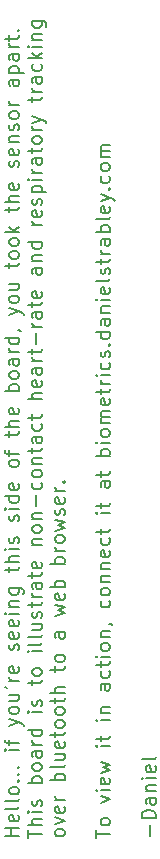
<source format=gbr>
%TF.GenerationSoftware,KiCad,Pcbnew,7.0.5-0*%
%TF.CreationDate,2023-07-22T21:58:15-05:00*%
%TF.ProjectId,biometrics,62696f6d-6574-4726-9963-732e6b696361,rev?*%
%TF.SameCoordinates,Original*%
%TF.FileFunction,Legend,Top*%
%TF.FilePolarity,Positive*%
%FSLAX46Y46*%
G04 Gerber Fmt 4.6, Leading zero omitted, Abs format (unit mm)*
G04 Created by KiCad (PCBNEW 7.0.5-0) date 2023-07-22 21:58:15*
%MOMM*%
%LPD*%
G01*
G04 APERTURE LIST*
%ADD10C,0.150000*%
G04 APERTURE END LIST*
D10*
X97633342Y-107255601D02*
X96433342Y-107255601D01*
X97004771Y-107255601D02*
X97004771Y-106569887D01*
X97633342Y-106569887D02*
X96433342Y-106569887D01*
X97576200Y-105541315D02*
X97633342Y-105655601D01*
X97633342Y-105655601D02*
X97633342Y-105884173D01*
X97633342Y-105884173D02*
X97576200Y-105998458D01*
X97576200Y-105998458D02*
X97461914Y-106055601D01*
X97461914Y-106055601D02*
X97004771Y-106055601D01*
X97004771Y-106055601D02*
X96890485Y-105998458D01*
X96890485Y-105998458D02*
X96833342Y-105884173D01*
X96833342Y-105884173D02*
X96833342Y-105655601D01*
X96833342Y-105655601D02*
X96890485Y-105541315D01*
X96890485Y-105541315D02*
X97004771Y-105484173D01*
X97004771Y-105484173D02*
X97119057Y-105484173D01*
X97119057Y-105484173D02*
X97233342Y-106055601D01*
X97633342Y-104798459D02*
X97576200Y-104912744D01*
X97576200Y-104912744D02*
X97461914Y-104969887D01*
X97461914Y-104969887D02*
X96433342Y-104969887D01*
X97633342Y-104169888D02*
X97576200Y-104284173D01*
X97576200Y-104284173D02*
X97461914Y-104341316D01*
X97461914Y-104341316D02*
X96433342Y-104341316D01*
X97633342Y-103541317D02*
X97576200Y-103655602D01*
X97576200Y-103655602D02*
X97519057Y-103712745D01*
X97519057Y-103712745D02*
X97404771Y-103769888D01*
X97404771Y-103769888D02*
X97061914Y-103769888D01*
X97061914Y-103769888D02*
X96947628Y-103712745D01*
X96947628Y-103712745D02*
X96890485Y-103655602D01*
X96890485Y-103655602D02*
X96833342Y-103541317D01*
X96833342Y-103541317D02*
X96833342Y-103369888D01*
X96833342Y-103369888D02*
X96890485Y-103255602D01*
X96890485Y-103255602D02*
X96947628Y-103198460D01*
X96947628Y-103198460D02*
X97061914Y-103141317D01*
X97061914Y-103141317D02*
X97404771Y-103141317D01*
X97404771Y-103141317D02*
X97519057Y-103198460D01*
X97519057Y-103198460D02*
X97576200Y-103255602D01*
X97576200Y-103255602D02*
X97633342Y-103369888D01*
X97633342Y-103369888D02*
X97633342Y-103541317D01*
X97519057Y-102627031D02*
X97576200Y-102569888D01*
X97576200Y-102569888D02*
X97633342Y-102627031D01*
X97633342Y-102627031D02*
X97576200Y-102684174D01*
X97576200Y-102684174D02*
X97519057Y-102627031D01*
X97519057Y-102627031D02*
X97633342Y-102627031D01*
X97519057Y-102055602D02*
X97576200Y-101998459D01*
X97576200Y-101998459D02*
X97633342Y-102055602D01*
X97633342Y-102055602D02*
X97576200Y-102112745D01*
X97576200Y-102112745D02*
X97519057Y-102055602D01*
X97519057Y-102055602D02*
X97633342Y-102055602D01*
X97519057Y-101484173D02*
X97576200Y-101427030D01*
X97576200Y-101427030D02*
X97633342Y-101484173D01*
X97633342Y-101484173D02*
X97576200Y-101541316D01*
X97576200Y-101541316D02*
X97519057Y-101484173D01*
X97519057Y-101484173D02*
X97633342Y-101484173D01*
X97633342Y-99998458D02*
X96833342Y-99998458D01*
X96433342Y-99998458D02*
X96490485Y-100055601D01*
X96490485Y-100055601D02*
X96547628Y-99998458D01*
X96547628Y-99998458D02*
X96490485Y-99941315D01*
X96490485Y-99941315D02*
X96433342Y-99998458D01*
X96433342Y-99998458D02*
X96547628Y-99998458D01*
X96833342Y-99598458D02*
X96833342Y-99141315D01*
X97633342Y-99427029D02*
X96604771Y-99427029D01*
X96604771Y-99427029D02*
X96490485Y-99369886D01*
X96490485Y-99369886D02*
X96433342Y-99255601D01*
X96433342Y-99255601D02*
X96433342Y-99141315D01*
X96833342Y-97941315D02*
X97633342Y-97655601D01*
X96833342Y-97369886D02*
X97633342Y-97655601D01*
X97633342Y-97655601D02*
X97919057Y-97769886D01*
X97919057Y-97769886D02*
X97976200Y-97827029D01*
X97976200Y-97827029D02*
X98033342Y-97941315D01*
X97633342Y-96741315D02*
X97576200Y-96855600D01*
X97576200Y-96855600D02*
X97519057Y-96912743D01*
X97519057Y-96912743D02*
X97404771Y-96969886D01*
X97404771Y-96969886D02*
X97061914Y-96969886D01*
X97061914Y-96969886D02*
X96947628Y-96912743D01*
X96947628Y-96912743D02*
X96890485Y-96855600D01*
X96890485Y-96855600D02*
X96833342Y-96741315D01*
X96833342Y-96741315D02*
X96833342Y-96569886D01*
X96833342Y-96569886D02*
X96890485Y-96455600D01*
X96890485Y-96455600D02*
X96947628Y-96398458D01*
X96947628Y-96398458D02*
X97061914Y-96341315D01*
X97061914Y-96341315D02*
X97404771Y-96341315D01*
X97404771Y-96341315D02*
X97519057Y-96398458D01*
X97519057Y-96398458D02*
X97576200Y-96455600D01*
X97576200Y-96455600D02*
X97633342Y-96569886D01*
X97633342Y-96569886D02*
X97633342Y-96741315D01*
X96833342Y-95312744D02*
X97633342Y-95312744D01*
X96833342Y-95827029D02*
X97461914Y-95827029D01*
X97461914Y-95827029D02*
X97576200Y-95769886D01*
X97576200Y-95769886D02*
X97633342Y-95655601D01*
X97633342Y-95655601D02*
X97633342Y-95484172D01*
X97633342Y-95484172D02*
X97576200Y-95369886D01*
X97576200Y-95369886D02*
X97519057Y-95312744D01*
X96433342Y-94684172D02*
X96661914Y-94798458D01*
X97633342Y-94169886D02*
X96833342Y-94169886D01*
X97061914Y-94169886D02*
X96947628Y-94112743D01*
X96947628Y-94112743D02*
X96890485Y-94055601D01*
X96890485Y-94055601D02*
X96833342Y-93941315D01*
X96833342Y-93941315D02*
X96833342Y-93827029D01*
X97576200Y-92969886D02*
X97633342Y-93084172D01*
X97633342Y-93084172D02*
X97633342Y-93312744D01*
X97633342Y-93312744D02*
X97576200Y-93427029D01*
X97576200Y-93427029D02*
X97461914Y-93484172D01*
X97461914Y-93484172D02*
X97004771Y-93484172D01*
X97004771Y-93484172D02*
X96890485Y-93427029D01*
X96890485Y-93427029D02*
X96833342Y-93312744D01*
X96833342Y-93312744D02*
X96833342Y-93084172D01*
X96833342Y-93084172D02*
X96890485Y-92969886D01*
X96890485Y-92969886D02*
X97004771Y-92912744D01*
X97004771Y-92912744D02*
X97119057Y-92912744D01*
X97119057Y-92912744D02*
X97233342Y-93484172D01*
X97576200Y-91541315D02*
X97633342Y-91427029D01*
X97633342Y-91427029D02*
X97633342Y-91198458D01*
X97633342Y-91198458D02*
X97576200Y-91084172D01*
X97576200Y-91084172D02*
X97461914Y-91027029D01*
X97461914Y-91027029D02*
X97404771Y-91027029D01*
X97404771Y-91027029D02*
X97290485Y-91084172D01*
X97290485Y-91084172D02*
X97233342Y-91198458D01*
X97233342Y-91198458D02*
X97233342Y-91369887D01*
X97233342Y-91369887D02*
X97176200Y-91484172D01*
X97176200Y-91484172D02*
X97061914Y-91541315D01*
X97061914Y-91541315D02*
X97004771Y-91541315D01*
X97004771Y-91541315D02*
X96890485Y-91484172D01*
X96890485Y-91484172D02*
X96833342Y-91369887D01*
X96833342Y-91369887D02*
X96833342Y-91198458D01*
X96833342Y-91198458D02*
X96890485Y-91084172D01*
X97576200Y-90055600D02*
X97633342Y-90169886D01*
X97633342Y-90169886D02*
X97633342Y-90398458D01*
X97633342Y-90398458D02*
X97576200Y-90512743D01*
X97576200Y-90512743D02*
X97461914Y-90569886D01*
X97461914Y-90569886D02*
X97004771Y-90569886D01*
X97004771Y-90569886D02*
X96890485Y-90512743D01*
X96890485Y-90512743D02*
X96833342Y-90398458D01*
X96833342Y-90398458D02*
X96833342Y-90169886D01*
X96833342Y-90169886D02*
X96890485Y-90055600D01*
X96890485Y-90055600D02*
X97004771Y-89998458D01*
X97004771Y-89998458D02*
X97119057Y-89998458D01*
X97119057Y-89998458D02*
X97233342Y-90569886D01*
X97576200Y-89027029D02*
X97633342Y-89141315D01*
X97633342Y-89141315D02*
X97633342Y-89369887D01*
X97633342Y-89369887D02*
X97576200Y-89484172D01*
X97576200Y-89484172D02*
X97461914Y-89541315D01*
X97461914Y-89541315D02*
X97004771Y-89541315D01*
X97004771Y-89541315D02*
X96890485Y-89484172D01*
X96890485Y-89484172D02*
X96833342Y-89369887D01*
X96833342Y-89369887D02*
X96833342Y-89141315D01*
X96833342Y-89141315D02*
X96890485Y-89027029D01*
X96890485Y-89027029D02*
X97004771Y-88969887D01*
X97004771Y-88969887D02*
X97119057Y-88969887D01*
X97119057Y-88969887D02*
X97233342Y-89541315D01*
X97633342Y-88455601D02*
X96833342Y-88455601D01*
X96433342Y-88455601D02*
X96490485Y-88512744D01*
X96490485Y-88512744D02*
X96547628Y-88455601D01*
X96547628Y-88455601D02*
X96490485Y-88398458D01*
X96490485Y-88398458D02*
X96433342Y-88455601D01*
X96433342Y-88455601D02*
X96547628Y-88455601D01*
X96833342Y-87884172D02*
X97633342Y-87884172D01*
X96947628Y-87884172D02*
X96890485Y-87827029D01*
X96890485Y-87827029D02*
X96833342Y-87712744D01*
X96833342Y-87712744D02*
X96833342Y-87541315D01*
X96833342Y-87541315D02*
X96890485Y-87427029D01*
X96890485Y-87427029D02*
X97004771Y-87369887D01*
X97004771Y-87369887D02*
X97633342Y-87369887D01*
X96833342Y-86284173D02*
X97804771Y-86284173D01*
X97804771Y-86284173D02*
X97919057Y-86341315D01*
X97919057Y-86341315D02*
X97976200Y-86398458D01*
X97976200Y-86398458D02*
X98033342Y-86512744D01*
X98033342Y-86512744D02*
X98033342Y-86684173D01*
X98033342Y-86684173D02*
X97976200Y-86798458D01*
X97576200Y-86284173D02*
X97633342Y-86398458D01*
X97633342Y-86398458D02*
X97633342Y-86627030D01*
X97633342Y-86627030D02*
X97576200Y-86741315D01*
X97576200Y-86741315D02*
X97519057Y-86798458D01*
X97519057Y-86798458D02*
X97404771Y-86855601D01*
X97404771Y-86855601D02*
X97061914Y-86855601D01*
X97061914Y-86855601D02*
X96947628Y-86798458D01*
X96947628Y-86798458D02*
X96890485Y-86741315D01*
X96890485Y-86741315D02*
X96833342Y-86627030D01*
X96833342Y-86627030D02*
X96833342Y-86398458D01*
X96833342Y-86398458D02*
X96890485Y-86284173D01*
X96833342Y-84969887D02*
X96833342Y-84512744D01*
X96433342Y-84798458D02*
X97461914Y-84798458D01*
X97461914Y-84798458D02*
X97576200Y-84741315D01*
X97576200Y-84741315D02*
X97633342Y-84627030D01*
X97633342Y-84627030D02*
X97633342Y-84512744D01*
X97633342Y-84112744D02*
X96433342Y-84112744D01*
X97633342Y-83598459D02*
X97004771Y-83598459D01*
X97004771Y-83598459D02*
X96890485Y-83655601D01*
X96890485Y-83655601D02*
X96833342Y-83769887D01*
X96833342Y-83769887D02*
X96833342Y-83941316D01*
X96833342Y-83941316D02*
X96890485Y-84055601D01*
X96890485Y-84055601D02*
X96947628Y-84112744D01*
X97633342Y-83027030D02*
X96833342Y-83027030D01*
X96433342Y-83027030D02*
X96490485Y-83084173D01*
X96490485Y-83084173D02*
X96547628Y-83027030D01*
X96547628Y-83027030D02*
X96490485Y-82969887D01*
X96490485Y-82969887D02*
X96433342Y-83027030D01*
X96433342Y-83027030D02*
X96547628Y-83027030D01*
X97576200Y-82512744D02*
X97633342Y-82398458D01*
X97633342Y-82398458D02*
X97633342Y-82169887D01*
X97633342Y-82169887D02*
X97576200Y-82055601D01*
X97576200Y-82055601D02*
X97461914Y-81998458D01*
X97461914Y-81998458D02*
X97404771Y-81998458D01*
X97404771Y-81998458D02*
X97290485Y-82055601D01*
X97290485Y-82055601D02*
X97233342Y-82169887D01*
X97233342Y-82169887D02*
X97233342Y-82341316D01*
X97233342Y-82341316D02*
X97176200Y-82455601D01*
X97176200Y-82455601D02*
X97061914Y-82512744D01*
X97061914Y-82512744D02*
X97004771Y-82512744D01*
X97004771Y-82512744D02*
X96890485Y-82455601D01*
X96890485Y-82455601D02*
X96833342Y-82341316D01*
X96833342Y-82341316D02*
X96833342Y-82169887D01*
X96833342Y-82169887D02*
X96890485Y-82055601D01*
X97576200Y-80627029D02*
X97633342Y-80512743D01*
X97633342Y-80512743D02*
X97633342Y-80284172D01*
X97633342Y-80284172D02*
X97576200Y-80169886D01*
X97576200Y-80169886D02*
X97461914Y-80112743D01*
X97461914Y-80112743D02*
X97404771Y-80112743D01*
X97404771Y-80112743D02*
X97290485Y-80169886D01*
X97290485Y-80169886D02*
X97233342Y-80284172D01*
X97233342Y-80284172D02*
X97233342Y-80455601D01*
X97233342Y-80455601D02*
X97176200Y-80569886D01*
X97176200Y-80569886D02*
X97061914Y-80627029D01*
X97061914Y-80627029D02*
X97004771Y-80627029D01*
X97004771Y-80627029D02*
X96890485Y-80569886D01*
X96890485Y-80569886D02*
X96833342Y-80455601D01*
X96833342Y-80455601D02*
X96833342Y-80284172D01*
X96833342Y-80284172D02*
X96890485Y-80169886D01*
X97633342Y-79598457D02*
X96833342Y-79598457D01*
X96433342Y-79598457D02*
X96490485Y-79655600D01*
X96490485Y-79655600D02*
X96547628Y-79598457D01*
X96547628Y-79598457D02*
X96490485Y-79541314D01*
X96490485Y-79541314D02*
X96433342Y-79598457D01*
X96433342Y-79598457D02*
X96547628Y-79598457D01*
X97633342Y-78512743D02*
X96433342Y-78512743D01*
X97576200Y-78512743D02*
X97633342Y-78627028D01*
X97633342Y-78627028D02*
X97633342Y-78855600D01*
X97633342Y-78855600D02*
X97576200Y-78969885D01*
X97576200Y-78969885D02*
X97519057Y-79027028D01*
X97519057Y-79027028D02*
X97404771Y-79084171D01*
X97404771Y-79084171D02*
X97061914Y-79084171D01*
X97061914Y-79084171D02*
X96947628Y-79027028D01*
X96947628Y-79027028D02*
X96890485Y-78969885D01*
X96890485Y-78969885D02*
X96833342Y-78855600D01*
X96833342Y-78855600D02*
X96833342Y-78627028D01*
X96833342Y-78627028D02*
X96890485Y-78512743D01*
X97576200Y-77484171D02*
X97633342Y-77598457D01*
X97633342Y-77598457D02*
X97633342Y-77827029D01*
X97633342Y-77827029D02*
X97576200Y-77941314D01*
X97576200Y-77941314D02*
X97461914Y-77998457D01*
X97461914Y-77998457D02*
X97004771Y-77998457D01*
X97004771Y-77998457D02*
X96890485Y-77941314D01*
X96890485Y-77941314D02*
X96833342Y-77827029D01*
X96833342Y-77827029D02*
X96833342Y-77598457D01*
X96833342Y-77598457D02*
X96890485Y-77484171D01*
X96890485Y-77484171D02*
X97004771Y-77427029D01*
X97004771Y-77427029D02*
X97119057Y-77427029D01*
X97119057Y-77427029D02*
X97233342Y-77998457D01*
X97633342Y-75827029D02*
X97576200Y-75941314D01*
X97576200Y-75941314D02*
X97519057Y-75998457D01*
X97519057Y-75998457D02*
X97404771Y-76055600D01*
X97404771Y-76055600D02*
X97061914Y-76055600D01*
X97061914Y-76055600D02*
X96947628Y-75998457D01*
X96947628Y-75998457D02*
X96890485Y-75941314D01*
X96890485Y-75941314D02*
X96833342Y-75827029D01*
X96833342Y-75827029D02*
X96833342Y-75655600D01*
X96833342Y-75655600D02*
X96890485Y-75541314D01*
X96890485Y-75541314D02*
X96947628Y-75484172D01*
X96947628Y-75484172D02*
X97061914Y-75427029D01*
X97061914Y-75427029D02*
X97404771Y-75427029D01*
X97404771Y-75427029D02*
X97519057Y-75484172D01*
X97519057Y-75484172D02*
X97576200Y-75541314D01*
X97576200Y-75541314D02*
X97633342Y-75655600D01*
X97633342Y-75655600D02*
X97633342Y-75827029D01*
X96833342Y-75084172D02*
X96833342Y-74627029D01*
X97633342Y-74912743D02*
X96604771Y-74912743D01*
X96604771Y-74912743D02*
X96490485Y-74855600D01*
X96490485Y-74855600D02*
X96433342Y-74741315D01*
X96433342Y-74741315D02*
X96433342Y-74627029D01*
X96833342Y-73484172D02*
X96833342Y-73027029D01*
X96433342Y-73312743D02*
X97461914Y-73312743D01*
X97461914Y-73312743D02*
X97576200Y-73255600D01*
X97576200Y-73255600D02*
X97633342Y-73141315D01*
X97633342Y-73141315D02*
X97633342Y-73027029D01*
X97633342Y-72627029D02*
X96433342Y-72627029D01*
X97633342Y-72112744D02*
X97004771Y-72112744D01*
X97004771Y-72112744D02*
X96890485Y-72169886D01*
X96890485Y-72169886D02*
X96833342Y-72284172D01*
X96833342Y-72284172D02*
X96833342Y-72455601D01*
X96833342Y-72455601D02*
X96890485Y-72569886D01*
X96890485Y-72569886D02*
X96947628Y-72627029D01*
X97576200Y-71084172D02*
X97633342Y-71198458D01*
X97633342Y-71198458D02*
X97633342Y-71427030D01*
X97633342Y-71427030D02*
X97576200Y-71541315D01*
X97576200Y-71541315D02*
X97461914Y-71598458D01*
X97461914Y-71598458D02*
X97004771Y-71598458D01*
X97004771Y-71598458D02*
X96890485Y-71541315D01*
X96890485Y-71541315D02*
X96833342Y-71427030D01*
X96833342Y-71427030D02*
X96833342Y-71198458D01*
X96833342Y-71198458D02*
X96890485Y-71084172D01*
X96890485Y-71084172D02*
X97004771Y-71027030D01*
X97004771Y-71027030D02*
X97119057Y-71027030D01*
X97119057Y-71027030D02*
X97233342Y-71598458D01*
X97633342Y-69598458D02*
X96433342Y-69598458D01*
X96890485Y-69598458D02*
X96833342Y-69484173D01*
X96833342Y-69484173D02*
X96833342Y-69255601D01*
X96833342Y-69255601D02*
X96890485Y-69141315D01*
X96890485Y-69141315D02*
X96947628Y-69084173D01*
X96947628Y-69084173D02*
X97061914Y-69027030D01*
X97061914Y-69027030D02*
X97404771Y-69027030D01*
X97404771Y-69027030D02*
X97519057Y-69084173D01*
X97519057Y-69084173D02*
X97576200Y-69141315D01*
X97576200Y-69141315D02*
X97633342Y-69255601D01*
X97633342Y-69255601D02*
X97633342Y-69484173D01*
X97633342Y-69484173D02*
X97576200Y-69598458D01*
X97633342Y-68341316D02*
X97576200Y-68455601D01*
X97576200Y-68455601D02*
X97519057Y-68512744D01*
X97519057Y-68512744D02*
X97404771Y-68569887D01*
X97404771Y-68569887D02*
X97061914Y-68569887D01*
X97061914Y-68569887D02*
X96947628Y-68512744D01*
X96947628Y-68512744D02*
X96890485Y-68455601D01*
X96890485Y-68455601D02*
X96833342Y-68341316D01*
X96833342Y-68341316D02*
X96833342Y-68169887D01*
X96833342Y-68169887D02*
X96890485Y-68055601D01*
X96890485Y-68055601D02*
X96947628Y-67998459D01*
X96947628Y-67998459D02*
X97061914Y-67941316D01*
X97061914Y-67941316D02*
X97404771Y-67941316D01*
X97404771Y-67941316D02*
X97519057Y-67998459D01*
X97519057Y-67998459D02*
X97576200Y-68055601D01*
X97576200Y-68055601D02*
X97633342Y-68169887D01*
X97633342Y-68169887D02*
X97633342Y-68341316D01*
X97633342Y-66912745D02*
X97004771Y-66912745D01*
X97004771Y-66912745D02*
X96890485Y-66969887D01*
X96890485Y-66969887D02*
X96833342Y-67084173D01*
X96833342Y-67084173D02*
X96833342Y-67312745D01*
X96833342Y-67312745D02*
X96890485Y-67427030D01*
X97576200Y-66912745D02*
X97633342Y-67027030D01*
X97633342Y-67027030D02*
X97633342Y-67312745D01*
X97633342Y-67312745D02*
X97576200Y-67427030D01*
X97576200Y-67427030D02*
X97461914Y-67484173D01*
X97461914Y-67484173D02*
X97347628Y-67484173D01*
X97347628Y-67484173D02*
X97233342Y-67427030D01*
X97233342Y-67427030D02*
X97176200Y-67312745D01*
X97176200Y-67312745D02*
X97176200Y-67027030D01*
X97176200Y-67027030D02*
X97119057Y-66912745D01*
X97633342Y-66341316D02*
X96833342Y-66341316D01*
X97061914Y-66341316D02*
X96947628Y-66284173D01*
X96947628Y-66284173D02*
X96890485Y-66227031D01*
X96890485Y-66227031D02*
X96833342Y-66112745D01*
X96833342Y-66112745D02*
X96833342Y-65998459D01*
X97633342Y-65084174D02*
X96433342Y-65084174D01*
X97576200Y-65084174D02*
X97633342Y-65198459D01*
X97633342Y-65198459D02*
X97633342Y-65427031D01*
X97633342Y-65427031D02*
X97576200Y-65541316D01*
X97576200Y-65541316D02*
X97519057Y-65598459D01*
X97519057Y-65598459D02*
X97404771Y-65655602D01*
X97404771Y-65655602D02*
X97061914Y-65655602D01*
X97061914Y-65655602D02*
X96947628Y-65598459D01*
X96947628Y-65598459D02*
X96890485Y-65541316D01*
X96890485Y-65541316D02*
X96833342Y-65427031D01*
X96833342Y-65427031D02*
X96833342Y-65198459D01*
X96833342Y-65198459D02*
X96890485Y-65084174D01*
X97576200Y-64455602D02*
X97633342Y-64455602D01*
X97633342Y-64455602D02*
X97747628Y-64512745D01*
X97747628Y-64512745D02*
X97804771Y-64569888D01*
X96833342Y-63141316D02*
X97633342Y-62855602D01*
X96833342Y-62569887D02*
X97633342Y-62855602D01*
X97633342Y-62855602D02*
X97919057Y-62969887D01*
X97919057Y-62969887D02*
X97976200Y-63027030D01*
X97976200Y-63027030D02*
X98033342Y-63141316D01*
X97633342Y-61941316D02*
X97576200Y-62055601D01*
X97576200Y-62055601D02*
X97519057Y-62112744D01*
X97519057Y-62112744D02*
X97404771Y-62169887D01*
X97404771Y-62169887D02*
X97061914Y-62169887D01*
X97061914Y-62169887D02*
X96947628Y-62112744D01*
X96947628Y-62112744D02*
X96890485Y-62055601D01*
X96890485Y-62055601D02*
X96833342Y-61941316D01*
X96833342Y-61941316D02*
X96833342Y-61769887D01*
X96833342Y-61769887D02*
X96890485Y-61655601D01*
X96890485Y-61655601D02*
X96947628Y-61598459D01*
X96947628Y-61598459D02*
X97061914Y-61541316D01*
X97061914Y-61541316D02*
X97404771Y-61541316D01*
X97404771Y-61541316D02*
X97519057Y-61598459D01*
X97519057Y-61598459D02*
X97576200Y-61655601D01*
X97576200Y-61655601D02*
X97633342Y-61769887D01*
X97633342Y-61769887D02*
X97633342Y-61941316D01*
X96833342Y-60512745D02*
X97633342Y-60512745D01*
X96833342Y-61027030D02*
X97461914Y-61027030D01*
X97461914Y-61027030D02*
X97576200Y-60969887D01*
X97576200Y-60969887D02*
X97633342Y-60855602D01*
X97633342Y-60855602D02*
X97633342Y-60684173D01*
X97633342Y-60684173D02*
X97576200Y-60569887D01*
X97576200Y-60569887D02*
X97519057Y-60512745D01*
X96833342Y-59198459D02*
X96833342Y-58741316D01*
X96433342Y-59027030D02*
X97461914Y-59027030D01*
X97461914Y-59027030D02*
X97576200Y-58969887D01*
X97576200Y-58969887D02*
X97633342Y-58855602D01*
X97633342Y-58855602D02*
X97633342Y-58741316D01*
X97633342Y-58169888D02*
X97576200Y-58284173D01*
X97576200Y-58284173D02*
X97519057Y-58341316D01*
X97519057Y-58341316D02*
X97404771Y-58398459D01*
X97404771Y-58398459D02*
X97061914Y-58398459D01*
X97061914Y-58398459D02*
X96947628Y-58341316D01*
X96947628Y-58341316D02*
X96890485Y-58284173D01*
X96890485Y-58284173D02*
X96833342Y-58169888D01*
X96833342Y-58169888D02*
X96833342Y-57998459D01*
X96833342Y-57998459D02*
X96890485Y-57884173D01*
X96890485Y-57884173D02*
X96947628Y-57827031D01*
X96947628Y-57827031D02*
X97061914Y-57769888D01*
X97061914Y-57769888D02*
X97404771Y-57769888D01*
X97404771Y-57769888D02*
X97519057Y-57827031D01*
X97519057Y-57827031D02*
X97576200Y-57884173D01*
X97576200Y-57884173D02*
X97633342Y-57998459D01*
X97633342Y-57998459D02*
X97633342Y-58169888D01*
X97633342Y-57084174D02*
X97576200Y-57198459D01*
X97576200Y-57198459D02*
X97519057Y-57255602D01*
X97519057Y-57255602D02*
X97404771Y-57312745D01*
X97404771Y-57312745D02*
X97061914Y-57312745D01*
X97061914Y-57312745D02*
X96947628Y-57255602D01*
X96947628Y-57255602D02*
X96890485Y-57198459D01*
X96890485Y-57198459D02*
X96833342Y-57084174D01*
X96833342Y-57084174D02*
X96833342Y-56912745D01*
X96833342Y-56912745D02*
X96890485Y-56798459D01*
X96890485Y-56798459D02*
X96947628Y-56741317D01*
X96947628Y-56741317D02*
X97061914Y-56684174D01*
X97061914Y-56684174D02*
X97404771Y-56684174D01*
X97404771Y-56684174D02*
X97519057Y-56741317D01*
X97519057Y-56741317D02*
X97576200Y-56798459D01*
X97576200Y-56798459D02*
X97633342Y-56912745D01*
X97633342Y-56912745D02*
X97633342Y-57084174D01*
X97633342Y-56169888D02*
X96433342Y-56169888D01*
X97176200Y-56055603D02*
X97633342Y-55712745D01*
X96833342Y-55712745D02*
X97290485Y-56169888D01*
X96833342Y-54455602D02*
X96833342Y-53998459D01*
X96433342Y-54284173D02*
X97461914Y-54284173D01*
X97461914Y-54284173D02*
X97576200Y-54227030D01*
X97576200Y-54227030D02*
X97633342Y-54112745D01*
X97633342Y-54112745D02*
X97633342Y-53998459D01*
X97633342Y-53598459D02*
X96433342Y-53598459D01*
X97633342Y-53084174D02*
X97004771Y-53084174D01*
X97004771Y-53084174D02*
X96890485Y-53141316D01*
X96890485Y-53141316D02*
X96833342Y-53255602D01*
X96833342Y-53255602D02*
X96833342Y-53427031D01*
X96833342Y-53427031D02*
X96890485Y-53541316D01*
X96890485Y-53541316D02*
X96947628Y-53598459D01*
X97576200Y-52055602D02*
X97633342Y-52169888D01*
X97633342Y-52169888D02*
X97633342Y-52398460D01*
X97633342Y-52398460D02*
X97576200Y-52512745D01*
X97576200Y-52512745D02*
X97461914Y-52569888D01*
X97461914Y-52569888D02*
X97004771Y-52569888D01*
X97004771Y-52569888D02*
X96890485Y-52512745D01*
X96890485Y-52512745D02*
X96833342Y-52398460D01*
X96833342Y-52398460D02*
X96833342Y-52169888D01*
X96833342Y-52169888D02*
X96890485Y-52055602D01*
X96890485Y-52055602D02*
X97004771Y-51998460D01*
X97004771Y-51998460D02*
X97119057Y-51998460D01*
X97119057Y-51998460D02*
X97233342Y-52569888D01*
X97576200Y-50627031D02*
X97633342Y-50512745D01*
X97633342Y-50512745D02*
X97633342Y-50284174D01*
X97633342Y-50284174D02*
X97576200Y-50169888D01*
X97576200Y-50169888D02*
X97461914Y-50112745D01*
X97461914Y-50112745D02*
X97404771Y-50112745D01*
X97404771Y-50112745D02*
X97290485Y-50169888D01*
X97290485Y-50169888D02*
X97233342Y-50284174D01*
X97233342Y-50284174D02*
X97233342Y-50455603D01*
X97233342Y-50455603D02*
X97176200Y-50569888D01*
X97176200Y-50569888D02*
X97061914Y-50627031D01*
X97061914Y-50627031D02*
X97004771Y-50627031D01*
X97004771Y-50627031D02*
X96890485Y-50569888D01*
X96890485Y-50569888D02*
X96833342Y-50455603D01*
X96833342Y-50455603D02*
X96833342Y-50284174D01*
X96833342Y-50284174D02*
X96890485Y-50169888D01*
X97576200Y-49141316D02*
X97633342Y-49255602D01*
X97633342Y-49255602D02*
X97633342Y-49484174D01*
X97633342Y-49484174D02*
X97576200Y-49598459D01*
X97576200Y-49598459D02*
X97461914Y-49655602D01*
X97461914Y-49655602D02*
X97004771Y-49655602D01*
X97004771Y-49655602D02*
X96890485Y-49598459D01*
X96890485Y-49598459D02*
X96833342Y-49484174D01*
X96833342Y-49484174D02*
X96833342Y-49255602D01*
X96833342Y-49255602D02*
X96890485Y-49141316D01*
X96890485Y-49141316D02*
X97004771Y-49084174D01*
X97004771Y-49084174D02*
X97119057Y-49084174D01*
X97119057Y-49084174D02*
X97233342Y-49655602D01*
X96833342Y-48569888D02*
X97633342Y-48569888D01*
X96947628Y-48569888D02*
X96890485Y-48512745D01*
X96890485Y-48512745D02*
X96833342Y-48398460D01*
X96833342Y-48398460D02*
X96833342Y-48227031D01*
X96833342Y-48227031D02*
X96890485Y-48112745D01*
X96890485Y-48112745D02*
X97004771Y-48055603D01*
X97004771Y-48055603D02*
X97633342Y-48055603D01*
X97576200Y-47541317D02*
X97633342Y-47427031D01*
X97633342Y-47427031D02*
X97633342Y-47198460D01*
X97633342Y-47198460D02*
X97576200Y-47084174D01*
X97576200Y-47084174D02*
X97461914Y-47027031D01*
X97461914Y-47027031D02*
X97404771Y-47027031D01*
X97404771Y-47027031D02*
X97290485Y-47084174D01*
X97290485Y-47084174D02*
X97233342Y-47198460D01*
X97233342Y-47198460D02*
X97233342Y-47369889D01*
X97233342Y-47369889D02*
X97176200Y-47484174D01*
X97176200Y-47484174D02*
X97061914Y-47541317D01*
X97061914Y-47541317D02*
X97004771Y-47541317D01*
X97004771Y-47541317D02*
X96890485Y-47484174D01*
X96890485Y-47484174D02*
X96833342Y-47369889D01*
X96833342Y-47369889D02*
X96833342Y-47198460D01*
X96833342Y-47198460D02*
X96890485Y-47084174D01*
X97633342Y-46341317D02*
X97576200Y-46455602D01*
X97576200Y-46455602D02*
X97519057Y-46512745D01*
X97519057Y-46512745D02*
X97404771Y-46569888D01*
X97404771Y-46569888D02*
X97061914Y-46569888D01*
X97061914Y-46569888D02*
X96947628Y-46512745D01*
X96947628Y-46512745D02*
X96890485Y-46455602D01*
X96890485Y-46455602D02*
X96833342Y-46341317D01*
X96833342Y-46341317D02*
X96833342Y-46169888D01*
X96833342Y-46169888D02*
X96890485Y-46055602D01*
X96890485Y-46055602D02*
X96947628Y-45998460D01*
X96947628Y-45998460D02*
X97061914Y-45941317D01*
X97061914Y-45941317D02*
X97404771Y-45941317D01*
X97404771Y-45941317D02*
X97519057Y-45998460D01*
X97519057Y-45998460D02*
X97576200Y-46055602D01*
X97576200Y-46055602D02*
X97633342Y-46169888D01*
X97633342Y-46169888D02*
X97633342Y-46341317D01*
X97633342Y-45427031D02*
X96833342Y-45427031D01*
X97061914Y-45427031D02*
X96947628Y-45369888D01*
X96947628Y-45369888D02*
X96890485Y-45312746D01*
X96890485Y-45312746D02*
X96833342Y-45198460D01*
X96833342Y-45198460D02*
X96833342Y-45084174D01*
X97633342Y-43255603D02*
X97004771Y-43255603D01*
X97004771Y-43255603D02*
X96890485Y-43312745D01*
X96890485Y-43312745D02*
X96833342Y-43427031D01*
X96833342Y-43427031D02*
X96833342Y-43655603D01*
X96833342Y-43655603D02*
X96890485Y-43769888D01*
X97576200Y-43255603D02*
X97633342Y-43369888D01*
X97633342Y-43369888D02*
X97633342Y-43655603D01*
X97633342Y-43655603D02*
X97576200Y-43769888D01*
X97576200Y-43769888D02*
X97461914Y-43827031D01*
X97461914Y-43827031D02*
X97347628Y-43827031D01*
X97347628Y-43827031D02*
X97233342Y-43769888D01*
X97233342Y-43769888D02*
X97176200Y-43655603D01*
X97176200Y-43655603D02*
X97176200Y-43369888D01*
X97176200Y-43369888D02*
X97119057Y-43255603D01*
X96833342Y-42684174D02*
X98033342Y-42684174D01*
X96890485Y-42684174D02*
X96833342Y-42569889D01*
X96833342Y-42569889D02*
X96833342Y-42341317D01*
X96833342Y-42341317D02*
X96890485Y-42227031D01*
X96890485Y-42227031D02*
X96947628Y-42169889D01*
X96947628Y-42169889D02*
X97061914Y-42112746D01*
X97061914Y-42112746D02*
X97404771Y-42112746D01*
X97404771Y-42112746D02*
X97519057Y-42169889D01*
X97519057Y-42169889D02*
X97576200Y-42227031D01*
X97576200Y-42227031D02*
X97633342Y-42341317D01*
X97633342Y-42341317D02*
X97633342Y-42569889D01*
X97633342Y-42569889D02*
X97576200Y-42684174D01*
X97633342Y-41084175D02*
X97004771Y-41084175D01*
X97004771Y-41084175D02*
X96890485Y-41141317D01*
X96890485Y-41141317D02*
X96833342Y-41255603D01*
X96833342Y-41255603D02*
X96833342Y-41484175D01*
X96833342Y-41484175D02*
X96890485Y-41598460D01*
X97576200Y-41084175D02*
X97633342Y-41198460D01*
X97633342Y-41198460D02*
X97633342Y-41484175D01*
X97633342Y-41484175D02*
X97576200Y-41598460D01*
X97576200Y-41598460D02*
X97461914Y-41655603D01*
X97461914Y-41655603D02*
X97347628Y-41655603D01*
X97347628Y-41655603D02*
X97233342Y-41598460D01*
X97233342Y-41598460D02*
X97176200Y-41484175D01*
X97176200Y-41484175D02*
X97176200Y-41198460D01*
X97176200Y-41198460D02*
X97119057Y-41084175D01*
X97633342Y-40512746D02*
X96833342Y-40512746D01*
X97061914Y-40512746D02*
X96947628Y-40455603D01*
X96947628Y-40455603D02*
X96890485Y-40398461D01*
X96890485Y-40398461D02*
X96833342Y-40284175D01*
X96833342Y-40284175D02*
X96833342Y-40169889D01*
X96833342Y-39941318D02*
X96833342Y-39484175D01*
X96433342Y-39769889D02*
X97461914Y-39769889D01*
X97461914Y-39769889D02*
X97576200Y-39712746D01*
X97576200Y-39712746D02*
X97633342Y-39598461D01*
X97633342Y-39598461D02*
X97633342Y-39484175D01*
X97519057Y-39084175D02*
X97576200Y-39027032D01*
X97576200Y-39027032D02*
X97633342Y-39084175D01*
X97633342Y-39084175D02*
X97576200Y-39141318D01*
X97576200Y-39141318D02*
X97519057Y-39084175D01*
X97519057Y-39084175D02*
X97633342Y-39084175D01*
X98365342Y-107427030D02*
X98365342Y-106741316D01*
X99565342Y-107084173D02*
X98365342Y-107084173D01*
X99565342Y-106341315D02*
X98365342Y-106341315D01*
X99565342Y-105827030D02*
X98936771Y-105827030D01*
X98936771Y-105827030D02*
X98822485Y-105884172D01*
X98822485Y-105884172D02*
X98765342Y-105998458D01*
X98765342Y-105998458D02*
X98765342Y-106169887D01*
X98765342Y-106169887D02*
X98822485Y-106284172D01*
X98822485Y-106284172D02*
X98879628Y-106341315D01*
X99565342Y-105255601D02*
X98765342Y-105255601D01*
X98365342Y-105255601D02*
X98422485Y-105312744D01*
X98422485Y-105312744D02*
X98479628Y-105255601D01*
X98479628Y-105255601D02*
X98422485Y-105198458D01*
X98422485Y-105198458D02*
X98365342Y-105255601D01*
X98365342Y-105255601D02*
X98479628Y-105255601D01*
X99508200Y-104741315D02*
X99565342Y-104627029D01*
X99565342Y-104627029D02*
X99565342Y-104398458D01*
X99565342Y-104398458D02*
X99508200Y-104284172D01*
X99508200Y-104284172D02*
X99393914Y-104227029D01*
X99393914Y-104227029D02*
X99336771Y-104227029D01*
X99336771Y-104227029D02*
X99222485Y-104284172D01*
X99222485Y-104284172D02*
X99165342Y-104398458D01*
X99165342Y-104398458D02*
X99165342Y-104569887D01*
X99165342Y-104569887D02*
X99108200Y-104684172D01*
X99108200Y-104684172D02*
X98993914Y-104741315D01*
X98993914Y-104741315D02*
X98936771Y-104741315D01*
X98936771Y-104741315D02*
X98822485Y-104684172D01*
X98822485Y-104684172D02*
X98765342Y-104569887D01*
X98765342Y-104569887D02*
X98765342Y-104398458D01*
X98765342Y-104398458D02*
X98822485Y-104284172D01*
X99565342Y-102798457D02*
X98365342Y-102798457D01*
X98822485Y-102798457D02*
X98765342Y-102684172D01*
X98765342Y-102684172D02*
X98765342Y-102455600D01*
X98765342Y-102455600D02*
X98822485Y-102341314D01*
X98822485Y-102341314D02*
X98879628Y-102284172D01*
X98879628Y-102284172D02*
X98993914Y-102227029D01*
X98993914Y-102227029D02*
X99336771Y-102227029D01*
X99336771Y-102227029D02*
X99451057Y-102284172D01*
X99451057Y-102284172D02*
X99508200Y-102341314D01*
X99508200Y-102341314D02*
X99565342Y-102455600D01*
X99565342Y-102455600D02*
X99565342Y-102684172D01*
X99565342Y-102684172D02*
X99508200Y-102798457D01*
X99565342Y-101541315D02*
X99508200Y-101655600D01*
X99508200Y-101655600D02*
X99451057Y-101712743D01*
X99451057Y-101712743D02*
X99336771Y-101769886D01*
X99336771Y-101769886D02*
X98993914Y-101769886D01*
X98993914Y-101769886D02*
X98879628Y-101712743D01*
X98879628Y-101712743D02*
X98822485Y-101655600D01*
X98822485Y-101655600D02*
X98765342Y-101541315D01*
X98765342Y-101541315D02*
X98765342Y-101369886D01*
X98765342Y-101369886D02*
X98822485Y-101255600D01*
X98822485Y-101255600D02*
X98879628Y-101198458D01*
X98879628Y-101198458D02*
X98993914Y-101141315D01*
X98993914Y-101141315D02*
X99336771Y-101141315D01*
X99336771Y-101141315D02*
X99451057Y-101198458D01*
X99451057Y-101198458D02*
X99508200Y-101255600D01*
X99508200Y-101255600D02*
X99565342Y-101369886D01*
X99565342Y-101369886D02*
X99565342Y-101541315D01*
X99565342Y-100112744D02*
X98936771Y-100112744D01*
X98936771Y-100112744D02*
X98822485Y-100169886D01*
X98822485Y-100169886D02*
X98765342Y-100284172D01*
X98765342Y-100284172D02*
X98765342Y-100512744D01*
X98765342Y-100512744D02*
X98822485Y-100627029D01*
X99508200Y-100112744D02*
X99565342Y-100227029D01*
X99565342Y-100227029D02*
X99565342Y-100512744D01*
X99565342Y-100512744D02*
X99508200Y-100627029D01*
X99508200Y-100627029D02*
X99393914Y-100684172D01*
X99393914Y-100684172D02*
X99279628Y-100684172D01*
X99279628Y-100684172D02*
X99165342Y-100627029D01*
X99165342Y-100627029D02*
X99108200Y-100512744D01*
X99108200Y-100512744D02*
X99108200Y-100227029D01*
X99108200Y-100227029D02*
X99051057Y-100112744D01*
X99565342Y-99541315D02*
X98765342Y-99541315D01*
X98993914Y-99541315D02*
X98879628Y-99484172D01*
X98879628Y-99484172D02*
X98822485Y-99427030D01*
X98822485Y-99427030D02*
X98765342Y-99312744D01*
X98765342Y-99312744D02*
X98765342Y-99198458D01*
X99565342Y-98284173D02*
X98365342Y-98284173D01*
X99508200Y-98284173D02*
X99565342Y-98398458D01*
X99565342Y-98398458D02*
X99565342Y-98627030D01*
X99565342Y-98627030D02*
X99508200Y-98741315D01*
X99508200Y-98741315D02*
X99451057Y-98798458D01*
X99451057Y-98798458D02*
X99336771Y-98855601D01*
X99336771Y-98855601D02*
X98993914Y-98855601D01*
X98993914Y-98855601D02*
X98879628Y-98798458D01*
X98879628Y-98798458D02*
X98822485Y-98741315D01*
X98822485Y-98741315D02*
X98765342Y-98627030D01*
X98765342Y-98627030D02*
X98765342Y-98398458D01*
X98765342Y-98398458D02*
X98822485Y-98284173D01*
X99565342Y-96798458D02*
X98765342Y-96798458D01*
X98365342Y-96798458D02*
X98422485Y-96855601D01*
X98422485Y-96855601D02*
X98479628Y-96798458D01*
X98479628Y-96798458D02*
X98422485Y-96741315D01*
X98422485Y-96741315D02*
X98365342Y-96798458D01*
X98365342Y-96798458D02*
X98479628Y-96798458D01*
X99508200Y-96284172D02*
X99565342Y-96169886D01*
X99565342Y-96169886D02*
X99565342Y-95941315D01*
X99565342Y-95941315D02*
X99508200Y-95827029D01*
X99508200Y-95827029D02*
X99393914Y-95769886D01*
X99393914Y-95769886D02*
X99336771Y-95769886D01*
X99336771Y-95769886D02*
X99222485Y-95827029D01*
X99222485Y-95827029D02*
X99165342Y-95941315D01*
X99165342Y-95941315D02*
X99165342Y-96112744D01*
X99165342Y-96112744D02*
X99108200Y-96227029D01*
X99108200Y-96227029D02*
X98993914Y-96284172D01*
X98993914Y-96284172D02*
X98936771Y-96284172D01*
X98936771Y-96284172D02*
X98822485Y-96227029D01*
X98822485Y-96227029D02*
X98765342Y-96112744D01*
X98765342Y-96112744D02*
X98765342Y-95941315D01*
X98765342Y-95941315D02*
X98822485Y-95827029D01*
X98765342Y-94512743D02*
X98765342Y-94055600D01*
X98365342Y-94341314D02*
X99393914Y-94341314D01*
X99393914Y-94341314D02*
X99508200Y-94284171D01*
X99508200Y-94284171D02*
X99565342Y-94169886D01*
X99565342Y-94169886D02*
X99565342Y-94055600D01*
X99565342Y-93484172D02*
X99508200Y-93598457D01*
X99508200Y-93598457D02*
X99451057Y-93655600D01*
X99451057Y-93655600D02*
X99336771Y-93712743D01*
X99336771Y-93712743D02*
X98993914Y-93712743D01*
X98993914Y-93712743D02*
X98879628Y-93655600D01*
X98879628Y-93655600D02*
X98822485Y-93598457D01*
X98822485Y-93598457D02*
X98765342Y-93484172D01*
X98765342Y-93484172D02*
X98765342Y-93312743D01*
X98765342Y-93312743D02*
X98822485Y-93198457D01*
X98822485Y-93198457D02*
X98879628Y-93141315D01*
X98879628Y-93141315D02*
X98993914Y-93084172D01*
X98993914Y-93084172D02*
X99336771Y-93084172D01*
X99336771Y-93084172D02*
X99451057Y-93141315D01*
X99451057Y-93141315D02*
X99508200Y-93198457D01*
X99508200Y-93198457D02*
X99565342Y-93312743D01*
X99565342Y-93312743D02*
X99565342Y-93484172D01*
X99565342Y-91655600D02*
X98765342Y-91655600D01*
X98365342Y-91655600D02*
X98422485Y-91712743D01*
X98422485Y-91712743D02*
X98479628Y-91655600D01*
X98479628Y-91655600D02*
X98422485Y-91598457D01*
X98422485Y-91598457D02*
X98365342Y-91655600D01*
X98365342Y-91655600D02*
X98479628Y-91655600D01*
X99565342Y-90912743D02*
X99508200Y-91027028D01*
X99508200Y-91027028D02*
X99393914Y-91084171D01*
X99393914Y-91084171D02*
X98365342Y-91084171D01*
X99565342Y-90284172D02*
X99508200Y-90398457D01*
X99508200Y-90398457D02*
X99393914Y-90455600D01*
X99393914Y-90455600D02*
X98365342Y-90455600D01*
X98765342Y-89312744D02*
X99565342Y-89312744D01*
X98765342Y-89827029D02*
X99393914Y-89827029D01*
X99393914Y-89827029D02*
X99508200Y-89769886D01*
X99508200Y-89769886D02*
X99565342Y-89655601D01*
X99565342Y-89655601D02*
X99565342Y-89484172D01*
X99565342Y-89484172D02*
X99508200Y-89369886D01*
X99508200Y-89369886D02*
X99451057Y-89312744D01*
X99508200Y-88798458D02*
X99565342Y-88684172D01*
X99565342Y-88684172D02*
X99565342Y-88455601D01*
X99565342Y-88455601D02*
X99508200Y-88341315D01*
X99508200Y-88341315D02*
X99393914Y-88284172D01*
X99393914Y-88284172D02*
X99336771Y-88284172D01*
X99336771Y-88284172D02*
X99222485Y-88341315D01*
X99222485Y-88341315D02*
X99165342Y-88455601D01*
X99165342Y-88455601D02*
X99165342Y-88627030D01*
X99165342Y-88627030D02*
X99108200Y-88741315D01*
X99108200Y-88741315D02*
X98993914Y-88798458D01*
X98993914Y-88798458D02*
X98936771Y-88798458D01*
X98936771Y-88798458D02*
X98822485Y-88741315D01*
X98822485Y-88741315D02*
X98765342Y-88627030D01*
X98765342Y-88627030D02*
X98765342Y-88455601D01*
X98765342Y-88455601D02*
X98822485Y-88341315D01*
X98765342Y-87941315D02*
X98765342Y-87484172D01*
X98365342Y-87769886D02*
X99393914Y-87769886D01*
X99393914Y-87769886D02*
X99508200Y-87712743D01*
X99508200Y-87712743D02*
X99565342Y-87598458D01*
X99565342Y-87598458D02*
X99565342Y-87484172D01*
X99565342Y-87084172D02*
X98765342Y-87084172D01*
X98993914Y-87084172D02*
X98879628Y-87027029D01*
X98879628Y-87027029D02*
X98822485Y-86969887D01*
X98822485Y-86969887D02*
X98765342Y-86855601D01*
X98765342Y-86855601D02*
X98765342Y-86741315D01*
X99565342Y-85827030D02*
X98936771Y-85827030D01*
X98936771Y-85827030D02*
X98822485Y-85884172D01*
X98822485Y-85884172D02*
X98765342Y-85998458D01*
X98765342Y-85998458D02*
X98765342Y-86227030D01*
X98765342Y-86227030D02*
X98822485Y-86341315D01*
X99508200Y-85827030D02*
X99565342Y-85941315D01*
X99565342Y-85941315D02*
X99565342Y-86227030D01*
X99565342Y-86227030D02*
X99508200Y-86341315D01*
X99508200Y-86341315D02*
X99393914Y-86398458D01*
X99393914Y-86398458D02*
X99279628Y-86398458D01*
X99279628Y-86398458D02*
X99165342Y-86341315D01*
X99165342Y-86341315D02*
X99108200Y-86227030D01*
X99108200Y-86227030D02*
X99108200Y-85941315D01*
X99108200Y-85941315D02*
X99051057Y-85827030D01*
X98765342Y-85427030D02*
X98765342Y-84969887D01*
X98365342Y-85255601D02*
X99393914Y-85255601D01*
X99393914Y-85255601D02*
X99508200Y-85198458D01*
X99508200Y-85198458D02*
X99565342Y-85084173D01*
X99565342Y-85084173D02*
X99565342Y-84969887D01*
X99508200Y-84112744D02*
X99565342Y-84227030D01*
X99565342Y-84227030D02*
X99565342Y-84455602D01*
X99565342Y-84455602D02*
X99508200Y-84569887D01*
X99508200Y-84569887D02*
X99393914Y-84627030D01*
X99393914Y-84627030D02*
X98936771Y-84627030D01*
X98936771Y-84627030D02*
X98822485Y-84569887D01*
X98822485Y-84569887D02*
X98765342Y-84455602D01*
X98765342Y-84455602D02*
X98765342Y-84227030D01*
X98765342Y-84227030D02*
X98822485Y-84112744D01*
X98822485Y-84112744D02*
X98936771Y-84055602D01*
X98936771Y-84055602D02*
X99051057Y-84055602D01*
X99051057Y-84055602D02*
X99165342Y-84627030D01*
X98765342Y-82627030D02*
X99565342Y-82627030D01*
X98879628Y-82627030D02*
X98822485Y-82569887D01*
X98822485Y-82569887D02*
X98765342Y-82455602D01*
X98765342Y-82455602D02*
X98765342Y-82284173D01*
X98765342Y-82284173D02*
X98822485Y-82169887D01*
X98822485Y-82169887D02*
X98936771Y-82112745D01*
X98936771Y-82112745D02*
X99565342Y-82112745D01*
X99565342Y-81369888D02*
X99508200Y-81484173D01*
X99508200Y-81484173D02*
X99451057Y-81541316D01*
X99451057Y-81541316D02*
X99336771Y-81598459D01*
X99336771Y-81598459D02*
X98993914Y-81598459D01*
X98993914Y-81598459D02*
X98879628Y-81541316D01*
X98879628Y-81541316D02*
X98822485Y-81484173D01*
X98822485Y-81484173D02*
X98765342Y-81369888D01*
X98765342Y-81369888D02*
X98765342Y-81198459D01*
X98765342Y-81198459D02*
X98822485Y-81084173D01*
X98822485Y-81084173D02*
X98879628Y-81027031D01*
X98879628Y-81027031D02*
X98993914Y-80969888D01*
X98993914Y-80969888D02*
X99336771Y-80969888D01*
X99336771Y-80969888D02*
X99451057Y-81027031D01*
X99451057Y-81027031D02*
X99508200Y-81084173D01*
X99508200Y-81084173D02*
X99565342Y-81198459D01*
X99565342Y-81198459D02*
X99565342Y-81369888D01*
X98765342Y-80455602D02*
X99565342Y-80455602D01*
X98879628Y-80455602D02*
X98822485Y-80398459D01*
X98822485Y-80398459D02*
X98765342Y-80284174D01*
X98765342Y-80284174D02*
X98765342Y-80112745D01*
X98765342Y-80112745D02*
X98822485Y-79998459D01*
X98822485Y-79998459D02*
X98936771Y-79941317D01*
X98936771Y-79941317D02*
X99565342Y-79941317D01*
X99108200Y-79369888D02*
X99108200Y-78455603D01*
X99508200Y-77369889D02*
X99565342Y-77484174D01*
X99565342Y-77484174D02*
X99565342Y-77712746D01*
X99565342Y-77712746D02*
X99508200Y-77827031D01*
X99508200Y-77827031D02*
X99451057Y-77884174D01*
X99451057Y-77884174D02*
X99336771Y-77941317D01*
X99336771Y-77941317D02*
X98993914Y-77941317D01*
X98993914Y-77941317D02*
X98879628Y-77884174D01*
X98879628Y-77884174D02*
X98822485Y-77827031D01*
X98822485Y-77827031D02*
X98765342Y-77712746D01*
X98765342Y-77712746D02*
X98765342Y-77484174D01*
X98765342Y-77484174D02*
X98822485Y-77369889D01*
X99565342Y-76684175D02*
X99508200Y-76798460D01*
X99508200Y-76798460D02*
X99451057Y-76855603D01*
X99451057Y-76855603D02*
X99336771Y-76912746D01*
X99336771Y-76912746D02*
X98993914Y-76912746D01*
X98993914Y-76912746D02*
X98879628Y-76855603D01*
X98879628Y-76855603D02*
X98822485Y-76798460D01*
X98822485Y-76798460D02*
X98765342Y-76684175D01*
X98765342Y-76684175D02*
X98765342Y-76512746D01*
X98765342Y-76512746D02*
X98822485Y-76398460D01*
X98822485Y-76398460D02*
X98879628Y-76341318D01*
X98879628Y-76341318D02*
X98993914Y-76284175D01*
X98993914Y-76284175D02*
X99336771Y-76284175D01*
X99336771Y-76284175D02*
X99451057Y-76341318D01*
X99451057Y-76341318D02*
X99508200Y-76398460D01*
X99508200Y-76398460D02*
X99565342Y-76512746D01*
X99565342Y-76512746D02*
X99565342Y-76684175D01*
X98765342Y-75769889D02*
X99565342Y-75769889D01*
X98879628Y-75769889D02*
X98822485Y-75712746D01*
X98822485Y-75712746D02*
X98765342Y-75598461D01*
X98765342Y-75598461D02*
X98765342Y-75427032D01*
X98765342Y-75427032D02*
X98822485Y-75312746D01*
X98822485Y-75312746D02*
X98936771Y-75255604D01*
X98936771Y-75255604D02*
X99565342Y-75255604D01*
X98765342Y-74855604D02*
X98765342Y-74398461D01*
X98365342Y-74684175D02*
X99393914Y-74684175D01*
X99393914Y-74684175D02*
X99508200Y-74627032D01*
X99508200Y-74627032D02*
X99565342Y-74512747D01*
X99565342Y-74512747D02*
X99565342Y-74398461D01*
X99565342Y-73484176D02*
X98936771Y-73484176D01*
X98936771Y-73484176D02*
X98822485Y-73541318D01*
X98822485Y-73541318D02*
X98765342Y-73655604D01*
X98765342Y-73655604D02*
X98765342Y-73884176D01*
X98765342Y-73884176D02*
X98822485Y-73998461D01*
X99508200Y-73484176D02*
X99565342Y-73598461D01*
X99565342Y-73598461D02*
X99565342Y-73884176D01*
X99565342Y-73884176D02*
X99508200Y-73998461D01*
X99508200Y-73998461D02*
X99393914Y-74055604D01*
X99393914Y-74055604D02*
X99279628Y-74055604D01*
X99279628Y-74055604D02*
X99165342Y-73998461D01*
X99165342Y-73998461D02*
X99108200Y-73884176D01*
X99108200Y-73884176D02*
X99108200Y-73598461D01*
X99108200Y-73598461D02*
X99051057Y-73484176D01*
X99508200Y-72398462D02*
X99565342Y-72512747D01*
X99565342Y-72512747D02*
X99565342Y-72741319D01*
X99565342Y-72741319D02*
X99508200Y-72855604D01*
X99508200Y-72855604D02*
X99451057Y-72912747D01*
X99451057Y-72912747D02*
X99336771Y-72969890D01*
X99336771Y-72969890D02*
X98993914Y-72969890D01*
X98993914Y-72969890D02*
X98879628Y-72912747D01*
X98879628Y-72912747D02*
X98822485Y-72855604D01*
X98822485Y-72855604D02*
X98765342Y-72741319D01*
X98765342Y-72741319D02*
X98765342Y-72512747D01*
X98765342Y-72512747D02*
X98822485Y-72398462D01*
X98765342Y-72055605D02*
X98765342Y-71598462D01*
X98365342Y-71884176D02*
X99393914Y-71884176D01*
X99393914Y-71884176D02*
X99508200Y-71827033D01*
X99508200Y-71827033D02*
X99565342Y-71712748D01*
X99565342Y-71712748D02*
X99565342Y-71598462D01*
X99565342Y-70284176D02*
X98365342Y-70284176D01*
X99565342Y-69769891D02*
X98936771Y-69769891D01*
X98936771Y-69769891D02*
X98822485Y-69827033D01*
X98822485Y-69827033D02*
X98765342Y-69941319D01*
X98765342Y-69941319D02*
X98765342Y-70112748D01*
X98765342Y-70112748D02*
X98822485Y-70227033D01*
X98822485Y-70227033D02*
X98879628Y-70284176D01*
X99508200Y-68741319D02*
X99565342Y-68855605D01*
X99565342Y-68855605D02*
X99565342Y-69084177D01*
X99565342Y-69084177D02*
X99508200Y-69198462D01*
X99508200Y-69198462D02*
X99393914Y-69255605D01*
X99393914Y-69255605D02*
X98936771Y-69255605D01*
X98936771Y-69255605D02*
X98822485Y-69198462D01*
X98822485Y-69198462D02*
X98765342Y-69084177D01*
X98765342Y-69084177D02*
X98765342Y-68855605D01*
X98765342Y-68855605D02*
X98822485Y-68741319D01*
X98822485Y-68741319D02*
X98936771Y-68684177D01*
X98936771Y-68684177D02*
X99051057Y-68684177D01*
X99051057Y-68684177D02*
X99165342Y-69255605D01*
X99565342Y-67655606D02*
X98936771Y-67655606D01*
X98936771Y-67655606D02*
X98822485Y-67712748D01*
X98822485Y-67712748D02*
X98765342Y-67827034D01*
X98765342Y-67827034D02*
X98765342Y-68055606D01*
X98765342Y-68055606D02*
X98822485Y-68169891D01*
X99508200Y-67655606D02*
X99565342Y-67769891D01*
X99565342Y-67769891D02*
X99565342Y-68055606D01*
X99565342Y-68055606D02*
X99508200Y-68169891D01*
X99508200Y-68169891D02*
X99393914Y-68227034D01*
X99393914Y-68227034D02*
X99279628Y-68227034D01*
X99279628Y-68227034D02*
X99165342Y-68169891D01*
X99165342Y-68169891D02*
X99108200Y-68055606D01*
X99108200Y-68055606D02*
X99108200Y-67769891D01*
X99108200Y-67769891D02*
X99051057Y-67655606D01*
X99565342Y-67084177D02*
X98765342Y-67084177D01*
X98993914Y-67084177D02*
X98879628Y-67027034D01*
X98879628Y-67027034D02*
X98822485Y-66969892D01*
X98822485Y-66969892D02*
X98765342Y-66855606D01*
X98765342Y-66855606D02*
X98765342Y-66741320D01*
X98765342Y-66512749D02*
X98765342Y-66055606D01*
X98365342Y-66341320D02*
X99393914Y-66341320D01*
X99393914Y-66341320D02*
X99508200Y-66284177D01*
X99508200Y-66284177D02*
X99565342Y-66169892D01*
X99565342Y-66169892D02*
X99565342Y-66055606D01*
X99108200Y-65655606D02*
X99108200Y-64741321D01*
X99565342Y-64169892D02*
X98765342Y-64169892D01*
X98993914Y-64169892D02*
X98879628Y-64112749D01*
X98879628Y-64112749D02*
X98822485Y-64055607D01*
X98822485Y-64055607D02*
X98765342Y-63941321D01*
X98765342Y-63941321D02*
X98765342Y-63827035D01*
X99565342Y-62912750D02*
X98936771Y-62912750D01*
X98936771Y-62912750D02*
X98822485Y-62969892D01*
X98822485Y-62969892D02*
X98765342Y-63084178D01*
X98765342Y-63084178D02*
X98765342Y-63312750D01*
X98765342Y-63312750D02*
X98822485Y-63427035D01*
X99508200Y-62912750D02*
X99565342Y-63027035D01*
X99565342Y-63027035D02*
X99565342Y-63312750D01*
X99565342Y-63312750D02*
X99508200Y-63427035D01*
X99508200Y-63427035D02*
X99393914Y-63484178D01*
X99393914Y-63484178D02*
X99279628Y-63484178D01*
X99279628Y-63484178D02*
X99165342Y-63427035D01*
X99165342Y-63427035D02*
X99108200Y-63312750D01*
X99108200Y-63312750D02*
X99108200Y-63027035D01*
X99108200Y-63027035D02*
X99051057Y-62912750D01*
X98765342Y-62512750D02*
X98765342Y-62055607D01*
X98365342Y-62341321D02*
X99393914Y-62341321D01*
X99393914Y-62341321D02*
X99508200Y-62284178D01*
X99508200Y-62284178D02*
X99565342Y-62169893D01*
X99565342Y-62169893D02*
X99565342Y-62055607D01*
X99508200Y-61198464D02*
X99565342Y-61312750D01*
X99565342Y-61312750D02*
X99565342Y-61541322D01*
X99565342Y-61541322D02*
X99508200Y-61655607D01*
X99508200Y-61655607D02*
X99393914Y-61712750D01*
X99393914Y-61712750D02*
X98936771Y-61712750D01*
X98936771Y-61712750D02*
X98822485Y-61655607D01*
X98822485Y-61655607D02*
X98765342Y-61541322D01*
X98765342Y-61541322D02*
X98765342Y-61312750D01*
X98765342Y-61312750D02*
X98822485Y-61198464D01*
X98822485Y-61198464D02*
X98936771Y-61141322D01*
X98936771Y-61141322D02*
X99051057Y-61141322D01*
X99051057Y-61141322D02*
X99165342Y-61712750D01*
X99565342Y-59198465D02*
X98936771Y-59198465D01*
X98936771Y-59198465D02*
X98822485Y-59255607D01*
X98822485Y-59255607D02*
X98765342Y-59369893D01*
X98765342Y-59369893D02*
X98765342Y-59598465D01*
X98765342Y-59598465D02*
X98822485Y-59712750D01*
X99508200Y-59198465D02*
X99565342Y-59312750D01*
X99565342Y-59312750D02*
X99565342Y-59598465D01*
X99565342Y-59598465D02*
X99508200Y-59712750D01*
X99508200Y-59712750D02*
X99393914Y-59769893D01*
X99393914Y-59769893D02*
X99279628Y-59769893D01*
X99279628Y-59769893D02*
X99165342Y-59712750D01*
X99165342Y-59712750D02*
X99108200Y-59598465D01*
X99108200Y-59598465D02*
X99108200Y-59312750D01*
X99108200Y-59312750D02*
X99051057Y-59198465D01*
X98765342Y-58627036D02*
X99565342Y-58627036D01*
X98879628Y-58627036D02*
X98822485Y-58569893D01*
X98822485Y-58569893D02*
X98765342Y-58455608D01*
X98765342Y-58455608D02*
X98765342Y-58284179D01*
X98765342Y-58284179D02*
X98822485Y-58169893D01*
X98822485Y-58169893D02*
X98936771Y-58112751D01*
X98936771Y-58112751D02*
X99565342Y-58112751D01*
X99565342Y-57027037D02*
X98365342Y-57027037D01*
X99508200Y-57027037D02*
X99565342Y-57141322D01*
X99565342Y-57141322D02*
X99565342Y-57369894D01*
X99565342Y-57369894D02*
X99508200Y-57484179D01*
X99508200Y-57484179D02*
X99451057Y-57541322D01*
X99451057Y-57541322D02*
X99336771Y-57598465D01*
X99336771Y-57598465D02*
X98993914Y-57598465D01*
X98993914Y-57598465D02*
X98879628Y-57541322D01*
X98879628Y-57541322D02*
X98822485Y-57484179D01*
X98822485Y-57484179D02*
X98765342Y-57369894D01*
X98765342Y-57369894D02*
X98765342Y-57141322D01*
X98765342Y-57141322D02*
X98822485Y-57027037D01*
X99565342Y-55541322D02*
X98765342Y-55541322D01*
X98993914Y-55541322D02*
X98879628Y-55484179D01*
X98879628Y-55484179D02*
X98822485Y-55427037D01*
X98822485Y-55427037D02*
X98765342Y-55312751D01*
X98765342Y-55312751D02*
X98765342Y-55198465D01*
X99508200Y-54341322D02*
X99565342Y-54455608D01*
X99565342Y-54455608D02*
X99565342Y-54684180D01*
X99565342Y-54684180D02*
X99508200Y-54798465D01*
X99508200Y-54798465D02*
X99393914Y-54855608D01*
X99393914Y-54855608D02*
X98936771Y-54855608D01*
X98936771Y-54855608D02*
X98822485Y-54798465D01*
X98822485Y-54798465D02*
X98765342Y-54684180D01*
X98765342Y-54684180D02*
X98765342Y-54455608D01*
X98765342Y-54455608D02*
X98822485Y-54341322D01*
X98822485Y-54341322D02*
X98936771Y-54284180D01*
X98936771Y-54284180D02*
X99051057Y-54284180D01*
X99051057Y-54284180D02*
X99165342Y-54855608D01*
X99508200Y-53827037D02*
X99565342Y-53712751D01*
X99565342Y-53712751D02*
X99565342Y-53484180D01*
X99565342Y-53484180D02*
X99508200Y-53369894D01*
X99508200Y-53369894D02*
X99393914Y-53312751D01*
X99393914Y-53312751D02*
X99336771Y-53312751D01*
X99336771Y-53312751D02*
X99222485Y-53369894D01*
X99222485Y-53369894D02*
X99165342Y-53484180D01*
X99165342Y-53484180D02*
X99165342Y-53655609D01*
X99165342Y-53655609D02*
X99108200Y-53769894D01*
X99108200Y-53769894D02*
X98993914Y-53827037D01*
X98993914Y-53827037D02*
X98936771Y-53827037D01*
X98936771Y-53827037D02*
X98822485Y-53769894D01*
X98822485Y-53769894D02*
X98765342Y-53655609D01*
X98765342Y-53655609D02*
X98765342Y-53484180D01*
X98765342Y-53484180D02*
X98822485Y-53369894D01*
X98765342Y-52798465D02*
X99965342Y-52798465D01*
X98822485Y-52798465D02*
X98765342Y-52684180D01*
X98765342Y-52684180D02*
X98765342Y-52455608D01*
X98765342Y-52455608D02*
X98822485Y-52341322D01*
X98822485Y-52341322D02*
X98879628Y-52284180D01*
X98879628Y-52284180D02*
X98993914Y-52227037D01*
X98993914Y-52227037D02*
X99336771Y-52227037D01*
X99336771Y-52227037D02*
X99451057Y-52284180D01*
X99451057Y-52284180D02*
X99508200Y-52341322D01*
X99508200Y-52341322D02*
X99565342Y-52455608D01*
X99565342Y-52455608D02*
X99565342Y-52684180D01*
X99565342Y-52684180D02*
X99508200Y-52798465D01*
X99565342Y-51712751D02*
X98765342Y-51712751D01*
X98365342Y-51712751D02*
X98422485Y-51769894D01*
X98422485Y-51769894D02*
X98479628Y-51712751D01*
X98479628Y-51712751D02*
X98422485Y-51655608D01*
X98422485Y-51655608D02*
X98365342Y-51712751D01*
X98365342Y-51712751D02*
X98479628Y-51712751D01*
X99565342Y-51141322D02*
X98765342Y-51141322D01*
X98993914Y-51141322D02*
X98879628Y-51084179D01*
X98879628Y-51084179D02*
X98822485Y-51027037D01*
X98822485Y-51027037D02*
X98765342Y-50912751D01*
X98765342Y-50912751D02*
X98765342Y-50798465D01*
X99565342Y-49884180D02*
X98936771Y-49884180D01*
X98936771Y-49884180D02*
X98822485Y-49941322D01*
X98822485Y-49941322D02*
X98765342Y-50055608D01*
X98765342Y-50055608D02*
X98765342Y-50284180D01*
X98765342Y-50284180D02*
X98822485Y-50398465D01*
X99508200Y-49884180D02*
X99565342Y-49998465D01*
X99565342Y-49998465D02*
X99565342Y-50284180D01*
X99565342Y-50284180D02*
X99508200Y-50398465D01*
X99508200Y-50398465D02*
X99393914Y-50455608D01*
X99393914Y-50455608D02*
X99279628Y-50455608D01*
X99279628Y-50455608D02*
X99165342Y-50398465D01*
X99165342Y-50398465D02*
X99108200Y-50284180D01*
X99108200Y-50284180D02*
X99108200Y-49998465D01*
X99108200Y-49998465D02*
X99051057Y-49884180D01*
X98765342Y-49484180D02*
X98765342Y-49027037D01*
X98365342Y-49312751D02*
X99393914Y-49312751D01*
X99393914Y-49312751D02*
X99508200Y-49255608D01*
X99508200Y-49255608D02*
X99565342Y-49141323D01*
X99565342Y-49141323D02*
X99565342Y-49027037D01*
X99565342Y-48455609D02*
X99508200Y-48569894D01*
X99508200Y-48569894D02*
X99451057Y-48627037D01*
X99451057Y-48627037D02*
X99336771Y-48684180D01*
X99336771Y-48684180D02*
X98993914Y-48684180D01*
X98993914Y-48684180D02*
X98879628Y-48627037D01*
X98879628Y-48627037D02*
X98822485Y-48569894D01*
X98822485Y-48569894D02*
X98765342Y-48455609D01*
X98765342Y-48455609D02*
X98765342Y-48284180D01*
X98765342Y-48284180D02*
X98822485Y-48169894D01*
X98822485Y-48169894D02*
X98879628Y-48112752D01*
X98879628Y-48112752D02*
X98993914Y-48055609D01*
X98993914Y-48055609D02*
X99336771Y-48055609D01*
X99336771Y-48055609D02*
X99451057Y-48112752D01*
X99451057Y-48112752D02*
X99508200Y-48169894D01*
X99508200Y-48169894D02*
X99565342Y-48284180D01*
X99565342Y-48284180D02*
X99565342Y-48455609D01*
X99565342Y-47541323D02*
X98765342Y-47541323D01*
X98993914Y-47541323D02*
X98879628Y-47484180D01*
X98879628Y-47484180D02*
X98822485Y-47427038D01*
X98822485Y-47427038D02*
X98765342Y-47312752D01*
X98765342Y-47312752D02*
X98765342Y-47198466D01*
X98765342Y-46912752D02*
X99565342Y-46627038D01*
X98765342Y-46341323D02*
X99565342Y-46627038D01*
X99565342Y-46627038D02*
X99851057Y-46741323D01*
X99851057Y-46741323D02*
X99908200Y-46798466D01*
X99908200Y-46798466D02*
X99965342Y-46912752D01*
X98765342Y-45141323D02*
X98765342Y-44684180D01*
X98365342Y-44969894D02*
X99393914Y-44969894D01*
X99393914Y-44969894D02*
X99508200Y-44912751D01*
X99508200Y-44912751D02*
X99565342Y-44798466D01*
X99565342Y-44798466D02*
X99565342Y-44684180D01*
X99565342Y-44284180D02*
X98765342Y-44284180D01*
X98993914Y-44284180D02*
X98879628Y-44227037D01*
X98879628Y-44227037D02*
X98822485Y-44169895D01*
X98822485Y-44169895D02*
X98765342Y-44055609D01*
X98765342Y-44055609D02*
X98765342Y-43941323D01*
X99565342Y-43027038D02*
X98936771Y-43027038D01*
X98936771Y-43027038D02*
X98822485Y-43084180D01*
X98822485Y-43084180D02*
X98765342Y-43198466D01*
X98765342Y-43198466D02*
X98765342Y-43427038D01*
X98765342Y-43427038D02*
X98822485Y-43541323D01*
X99508200Y-43027038D02*
X99565342Y-43141323D01*
X99565342Y-43141323D02*
X99565342Y-43427038D01*
X99565342Y-43427038D02*
X99508200Y-43541323D01*
X99508200Y-43541323D02*
X99393914Y-43598466D01*
X99393914Y-43598466D02*
X99279628Y-43598466D01*
X99279628Y-43598466D02*
X99165342Y-43541323D01*
X99165342Y-43541323D02*
X99108200Y-43427038D01*
X99108200Y-43427038D02*
X99108200Y-43141323D01*
X99108200Y-43141323D02*
X99051057Y-43027038D01*
X99508200Y-41941324D02*
X99565342Y-42055609D01*
X99565342Y-42055609D02*
X99565342Y-42284181D01*
X99565342Y-42284181D02*
X99508200Y-42398466D01*
X99508200Y-42398466D02*
X99451057Y-42455609D01*
X99451057Y-42455609D02*
X99336771Y-42512752D01*
X99336771Y-42512752D02*
X98993914Y-42512752D01*
X98993914Y-42512752D02*
X98879628Y-42455609D01*
X98879628Y-42455609D02*
X98822485Y-42398466D01*
X98822485Y-42398466D02*
X98765342Y-42284181D01*
X98765342Y-42284181D02*
X98765342Y-42055609D01*
X98765342Y-42055609D02*
X98822485Y-41941324D01*
X99565342Y-41427038D02*
X98365342Y-41427038D01*
X99108200Y-41312753D02*
X99565342Y-40969895D01*
X98765342Y-40969895D02*
X99222485Y-41427038D01*
X99565342Y-40455609D02*
X98765342Y-40455609D01*
X98365342Y-40455609D02*
X98422485Y-40512752D01*
X98422485Y-40512752D02*
X98479628Y-40455609D01*
X98479628Y-40455609D02*
X98422485Y-40398466D01*
X98422485Y-40398466D02*
X98365342Y-40455609D01*
X98365342Y-40455609D02*
X98479628Y-40455609D01*
X98765342Y-39884180D02*
X99565342Y-39884180D01*
X98879628Y-39884180D02*
X98822485Y-39827037D01*
X98822485Y-39827037D02*
X98765342Y-39712752D01*
X98765342Y-39712752D02*
X98765342Y-39541323D01*
X98765342Y-39541323D02*
X98822485Y-39427037D01*
X98822485Y-39427037D02*
X98936771Y-39369895D01*
X98936771Y-39369895D02*
X99565342Y-39369895D01*
X98765342Y-38284181D02*
X99736771Y-38284181D01*
X99736771Y-38284181D02*
X99851057Y-38341323D01*
X99851057Y-38341323D02*
X99908200Y-38398466D01*
X99908200Y-38398466D02*
X99965342Y-38512752D01*
X99965342Y-38512752D02*
X99965342Y-38684181D01*
X99965342Y-38684181D02*
X99908200Y-38798466D01*
X99508200Y-38284181D02*
X99565342Y-38398466D01*
X99565342Y-38398466D02*
X99565342Y-38627038D01*
X99565342Y-38627038D02*
X99508200Y-38741323D01*
X99508200Y-38741323D02*
X99451057Y-38798466D01*
X99451057Y-38798466D02*
X99336771Y-38855609D01*
X99336771Y-38855609D02*
X98993914Y-38855609D01*
X98993914Y-38855609D02*
X98879628Y-38798466D01*
X98879628Y-38798466D02*
X98822485Y-38741323D01*
X98822485Y-38741323D02*
X98765342Y-38627038D01*
X98765342Y-38627038D02*
X98765342Y-38398466D01*
X98765342Y-38398466D02*
X98822485Y-38284181D01*
X101497342Y-107084173D02*
X101440200Y-107198458D01*
X101440200Y-107198458D02*
X101383057Y-107255601D01*
X101383057Y-107255601D02*
X101268771Y-107312744D01*
X101268771Y-107312744D02*
X100925914Y-107312744D01*
X100925914Y-107312744D02*
X100811628Y-107255601D01*
X100811628Y-107255601D02*
X100754485Y-107198458D01*
X100754485Y-107198458D02*
X100697342Y-107084173D01*
X100697342Y-107084173D02*
X100697342Y-106912744D01*
X100697342Y-106912744D02*
X100754485Y-106798458D01*
X100754485Y-106798458D02*
X100811628Y-106741316D01*
X100811628Y-106741316D02*
X100925914Y-106684173D01*
X100925914Y-106684173D02*
X101268771Y-106684173D01*
X101268771Y-106684173D02*
X101383057Y-106741316D01*
X101383057Y-106741316D02*
X101440200Y-106798458D01*
X101440200Y-106798458D02*
X101497342Y-106912744D01*
X101497342Y-106912744D02*
X101497342Y-107084173D01*
X100697342Y-106284173D02*
X101497342Y-105998459D01*
X101497342Y-105998459D02*
X100697342Y-105712744D01*
X101440200Y-104798458D02*
X101497342Y-104912744D01*
X101497342Y-104912744D02*
X101497342Y-105141316D01*
X101497342Y-105141316D02*
X101440200Y-105255601D01*
X101440200Y-105255601D02*
X101325914Y-105312744D01*
X101325914Y-105312744D02*
X100868771Y-105312744D01*
X100868771Y-105312744D02*
X100754485Y-105255601D01*
X100754485Y-105255601D02*
X100697342Y-105141316D01*
X100697342Y-105141316D02*
X100697342Y-104912744D01*
X100697342Y-104912744D02*
X100754485Y-104798458D01*
X100754485Y-104798458D02*
X100868771Y-104741316D01*
X100868771Y-104741316D02*
X100983057Y-104741316D01*
X100983057Y-104741316D02*
X101097342Y-105312744D01*
X101497342Y-104227030D02*
X100697342Y-104227030D01*
X100925914Y-104227030D02*
X100811628Y-104169887D01*
X100811628Y-104169887D02*
X100754485Y-104112745D01*
X100754485Y-104112745D02*
X100697342Y-103998459D01*
X100697342Y-103998459D02*
X100697342Y-103884173D01*
X101497342Y-102569887D02*
X100297342Y-102569887D01*
X100754485Y-102569887D02*
X100697342Y-102455602D01*
X100697342Y-102455602D02*
X100697342Y-102227030D01*
X100697342Y-102227030D02*
X100754485Y-102112744D01*
X100754485Y-102112744D02*
X100811628Y-102055602D01*
X100811628Y-102055602D02*
X100925914Y-101998459D01*
X100925914Y-101998459D02*
X101268771Y-101998459D01*
X101268771Y-101998459D02*
X101383057Y-102055602D01*
X101383057Y-102055602D02*
X101440200Y-102112744D01*
X101440200Y-102112744D02*
X101497342Y-102227030D01*
X101497342Y-102227030D02*
X101497342Y-102455602D01*
X101497342Y-102455602D02*
X101440200Y-102569887D01*
X101497342Y-101312745D02*
X101440200Y-101427030D01*
X101440200Y-101427030D02*
X101325914Y-101484173D01*
X101325914Y-101484173D02*
X100297342Y-101484173D01*
X100697342Y-100341317D02*
X101497342Y-100341317D01*
X100697342Y-100855602D02*
X101325914Y-100855602D01*
X101325914Y-100855602D02*
X101440200Y-100798459D01*
X101440200Y-100798459D02*
X101497342Y-100684174D01*
X101497342Y-100684174D02*
X101497342Y-100512745D01*
X101497342Y-100512745D02*
X101440200Y-100398459D01*
X101440200Y-100398459D02*
X101383057Y-100341317D01*
X101440200Y-99312745D02*
X101497342Y-99427031D01*
X101497342Y-99427031D02*
X101497342Y-99655603D01*
X101497342Y-99655603D02*
X101440200Y-99769888D01*
X101440200Y-99769888D02*
X101325914Y-99827031D01*
X101325914Y-99827031D02*
X100868771Y-99827031D01*
X100868771Y-99827031D02*
X100754485Y-99769888D01*
X100754485Y-99769888D02*
X100697342Y-99655603D01*
X100697342Y-99655603D02*
X100697342Y-99427031D01*
X100697342Y-99427031D02*
X100754485Y-99312745D01*
X100754485Y-99312745D02*
X100868771Y-99255603D01*
X100868771Y-99255603D02*
X100983057Y-99255603D01*
X100983057Y-99255603D02*
X101097342Y-99827031D01*
X100697342Y-98912746D02*
X100697342Y-98455603D01*
X100297342Y-98741317D02*
X101325914Y-98741317D01*
X101325914Y-98741317D02*
X101440200Y-98684174D01*
X101440200Y-98684174D02*
X101497342Y-98569889D01*
X101497342Y-98569889D02*
X101497342Y-98455603D01*
X101497342Y-97884175D02*
X101440200Y-97998460D01*
X101440200Y-97998460D02*
X101383057Y-98055603D01*
X101383057Y-98055603D02*
X101268771Y-98112746D01*
X101268771Y-98112746D02*
X100925914Y-98112746D01*
X100925914Y-98112746D02*
X100811628Y-98055603D01*
X100811628Y-98055603D02*
X100754485Y-97998460D01*
X100754485Y-97998460D02*
X100697342Y-97884175D01*
X100697342Y-97884175D02*
X100697342Y-97712746D01*
X100697342Y-97712746D02*
X100754485Y-97598460D01*
X100754485Y-97598460D02*
X100811628Y-97541318D01*
X100811628Y-97541318D02*
X100925914Y-97484175D01*
X100925914Y-97484175D02*
X101268771Y-97484175D01*
X101268771Y-97484175D02*
X101383057Y-97541318D01*
X101383057Y-97541318D02*
X101440200Y-97598460D01*
X101440200Y-97598460D02*
X101497342Y-97712746D01*
X101497342Y-97712746D02*
X101497342Y-97884175D01*
X101497342Y-96798461D02*
X101440200Y-96912746D01*
X101440200Y-96912746D02*
X101383057Y-96969889D01*
X101383057Y-96969889D02*
X101268771Y-97027032D01*
X101268771Y-97027032D02*
X100925914Y-97027032D01*
X100925914Y-97027032D02*
X100811628Y-96969889D01*
X100811628Y-96969889D02*
X100754485Y-96912746D01*
X100754485Y-96912746D02*
X100697342Y-96798461D01*
X100697342Y-96798461D02*
X100697342Y-96627032D01*
X100697342Y-96627032D02*
X100754485Y-96512746D01*
X100754485Y-96512746D02*
X100811628Y-96455604D01*
X100811628Y-96455604D02*
X100925914Y-96398461D01*
X100925914Y-96398461D02*
X101268771Y-96398461D01*
X101268771Y-96398461D02*
X101383057Y-96455604D01*
X101383057Y-96455604D02*
X101440200Y-96512746D01*
X101440200Y-96512746D02*
X101497342Y-96627032D01*
X101497342Y-96627032D02*
X101497342Y-96798461D01*
X100697342Y-96055604D02*
X100697342Y-95598461D01*
X100297342Y-95884175D02*
X101325914Y-95884175D01*
X101325914Y-95884175D02*
X101440200Y-95827032D01*
X101440200Y-95827032D02*
X101497342Y-95712747D01*
X101497342Y-95712747D02*
X101497342Y-95598461D01*
X101497342Y-95198461D02*
X100297342Y-95198461D01*
X101497342Y-94684176D02*
X100868771Y-94684176D01*
X100868771Y-94684176D02*
X100754485Y-94741318D01*
X100754485Y-94741318D02*
X100697342Y-94855604D01*
X100697342Y-94855604D02*
X100697342Y-95027033D01*
X100697342Y-95027033D02*
X100754485Y-95141318D01*
X100754485Y-95141318D02*
X100811628Y-95198461D01*
X100697342Y-93369890D02*
X100697342Y-92912747D01*
X100297342Y-93198461D02*
X101325914Y-93198461D01*
X101325914Y-93198461D02*
X101440200Y-93141318D01*
X101440200Y-93141318D02*
X101497342Y-93027033D01*
X101497342Y-93027033D02*
X101497342Y-92912747D01*
X101497342Y-92341319D02*
X101440200Y-92455604D01*
X101440200Y-92455604D02*
X101383057Y-92512747D01*
X101383057Y-92512747D02*
X101268771Y-92569890D01*
X101268771Y-92569890D02*
X100925914Y-92569890D01*
X100925914Y-92569890D02*
X100811628Y-92512747D01*
X100811628Y-92512747D02*
X100754485Y-92455604D01*
X100754485Y-92455604D02*
X100697342Y-92341319D01*
X100697342Y-92341319D02*
X100697342Y-92169890D01*
X100697342Y-92169890D02*
X100754485Y-92055604D01*
X100754485Y-92055604D02*
X100811628Y-91998462D01*
X100811628Y-91998462D02*
X100925914Y-91941319D01*
X100925914Y-91941319D02*
X101268771Y-91941319D01*
X101268771Y-91941319D02*
X101383057Y-91998462D01*
X101383057Y-91998462D02*
X101440200Y-92055604D01*
X101440200Y-92055604D02*
X101497342Y-92169890D01*
X101497342Y-92169890D02*
X101497342Y-92341319D01*
X101497342Y-89998462D02*
X100868771Y-89998462D01*
X100868771Y-89998462D02*
X100754485Y-90055604D01*
X100754485Y-90055604D02*
X100697342Y-90169890D01*
X100697342Y-90169890D02*
X100697342Y-90398462D01*
X100697342Y-90398462D02*
X100754485Y-90512747D01*
X101440200Y-89998462D02*
X101497342Y-90112747D01*
X101497342Y-90112747D02*
X101497342Y-90398462D01*
X101497342Y-90398462D02*
X101440200Y-90512747D01*
X101440200Y-90512747D02*
X101325914Y-90569890D01*
X101325914Y-90569890D02*
X101211628Y-90569890D01*
X101211628Y-90569890D02*
X101097342Y-90512747D01*
X101097342Y-90512747D02*
X101040200Y-90398462D01*
X101040200Y-90398462D02*
X101040200Y-90112747D01*
X101040200Y-90112747D02*
X100983057Y-89998462D01*
X100697342Y-88627033D02*
X101497342Y-88398462D01*
X101497342Y-88398462D02*
X100925914Y-88169890D01*
X100925914Y-88169890D02*
X101497342Y-87941319D01*
X101497342Y-87941319D02*
X100697342Y-87712747D01*
X101440200Y-86798461D02*
X101497342Y-86912747D01*
X101497342Y-86912747D02*
X101497342Y-87141319D01*
X101497342Y-87141319D02*
X101440200Y-87255604D01*
X101440200Y-87255604D02*
X101325914Y-87312747D01*
X101325914Y-87312747D02*
X100868771Y-87312747D01*
X100868771Y-87312747D02*
X100754485Y-87255604D01*
X100754485Y-87255604D02*
X100697342Y-87141319D01*
X100697342Y-87141319D02*
X100697342Y-86912747D01*
X100697342Y-86912747D02*
X100754485Y-86798461D01*
X100754485Y-86798461D02*
X100868771Y-86741319D01*
X100868771Y-86741319D02*
X100983057Y-86741319D01*
X100983057Y-86741319D02*
X101097342Y-87312747D01*
X101497342Y-86227033D02*
X100297342Y-86227033D01*
X100754485Y-86227033D02*
X100697342Y-86112748D01*
X100697342Y-86112748D02*
X100697342Y-85884176D01*
X100697342Y-85884176D02*
X100754485Y-85769890D01*
X100754485Y-85769890D02*
X100811628Y-85712748D01*
X100811628Y-85712748D02*
X100925914Y-85655605D01*
X100925914Y-85655605D02*
X101268771Y-85655605D01*
X101268771Y-85655605D02*
X101383057Y-85712748D01*
X101383057Y-85712748D02*
X101440200Y-85769890D01*
X101440200Y-85769890D02*
X101497342Y-85884176D01*
X101497342Y-85884176D02*
X101497342Y-86112748D01*
X101497342Y-86112748D02*
X101440200Y-86227033D01*
X101497342Y-84227033D02*
X100297342Y-84227033D01*
X100754485Y-84227033D02*
X100697342Y-84112748D01*
X100697342Y-84112748D02*
X100697342Y-83884176D01*
X100697342Y-83884176D02*
X100754485Y-83769890D01*
X100754485Y-83769890D02*
X100811628Y-83712748D01*
X100811628Y-83712748D02*
X100925914Y-83655605D01*
X100925914Y-83655605D02*
X101268771Y-83655605D01*
X101268771Y-83655605D02*
X101383057Y-83712748D01*
X101383057Y-83712748D02*
X101440200Y-83769890D01*
X101440200Y-83769890D02*
X101497342Y-83884176D01*
X101497342Y-83884176D02*
X101497342Y-84112748D01*
X101497342Y-84112748D02*
X101440200Y-84227033D01*
X101497342Y-83141319D02*
X100697342Y-83141319D01*
X100925914Y-83141319D02*
X100811628Y-83084176D01*
X100811628Y-83084176D02*
X100754485Y-83027034D01*
X100754485Y-83027034D02*
X100697342Y-82912748D01*
X100697342Y-82912748D02*
X100697342Y-82798462D01*
X101497342Y-82227034D02*
X101440200Y-82341319D01*
X101440200Y-82341319D02*
X101383057Y-82398462D01*
X101383057Y-82398462D02*
X101268771Y-82455605D01*
X101268771Y-82455605D02*
X100925914Y-82455605D01*
X100925914Y-82455605D02*
X100811628Y-82398462D01*
X100811628Y-82398462D02*
X100754485Y-82341319D01*
X100754485Y-82341319D02*
X100697342Y-82227034D01*
X100697342Y-82227034D02*
X100697342Y-82055605D01*
X100697342Y-82055605D02*
X100754485Y-81941319D01*
X100754485Y-81941319D02*
X100811628Y-81884177D01*
X100811628Y-81884177D02*
X100925914Y-81827034D01*
X100925914Y-81827034D02*
X101268771Y-81827034D01*
X101268771Y-81827034D02*
X101383057Y-81884177D01*
X101383057Y-81884177D02*
X101440200Y-81941319D01*
X101440200Y-81941319D02*
X101497342Y-82055605D01*
X101497342Y-82055605D02*
X101497342Y-82227034D01*
X100697342Y-81427034D02*
X101497342Y-81198463D01*
X101497342Y-81198463D02*
X100925914Y-80969891D01*
X100925914Y-80969891D02*
X101497342Y-80741320D01*
X101497342Y-80741320D02*
X100697342Y-80512748D01*
X101440200Y-80112748D02*
X101497342Y-79998462D01*
X101497342Y-79998462D02*
X101497342Y-79769891D01*
X101497342Y-79769891D02*
X101440200Y-79655605D01*
X101440200Y-79655605D02*
X101325914Y-79598462D01*
X101325914Y-79598462D02*
X101268771Y-79598462D01*
X101268771Y-79598462D02*
X101154485Y-79655605D01*
X101154485Y-79655605D02*
X101097342Y-79769891D01*
X101097342Y-79769891D02*
X101097342Y-79941320D01*
X101097342Y-79941320D02*
X101040200Y-80055605D01*
X101040200Y-80055605D02*
X100925914Y-80112748D01*
X100925914Y-80112748D02*
X100868771Y-80112748D01*
X100868771Y-80112748D02*
X100754485Y-80055605D01*
X100754485Y-80055605D02*
X100697342Y-79941320D01*
X100697342Y-79941320D02*
X100697342Y-79769891D01*
X100697342Y-79769891D02*
X100754485Y-79655605D01*
X101440200Y-78627033D02*
X101497342Y-78741319D01*
X101497342Y-78741319D02*
X101497342Y-78969891D01*
X101497342Y-78969891D02*
X101440200Y-79084176D01*
X101440200Y-79084176D02*
X101325914Y-79141319D01*
X101325914Y-79141319D02*
X100868771Y-79141319D01*
X100868771Y-79141319D02*
X100754485Y-79084176D01*
X100754485Y-79084176D02*
X100697342Y-78969891D01*
X100697342Y-78969891D02*
X100697342Y-78741319D01*
X100697342Y-78741319D02*
X100754485Y-78627033D01*
X100754485Y-78627033D02*
X100868771Y-78569891D01*
X100868771Y-78569891D02*
X100983057Y-78569891D01*
X100983057Y-78569891D02*
X101097342Y-79141319D01*
X101497342Y-78055605D02*
X100697342Y-78055605D01*
X100925914Y-78055605D02*
X100811628Y-77998462D01*
X100811628Y-77998462D02*
X100754485Y-77941320D01*
X100754485Y-77941320D02*
X100697342Y-77827034D01*
X100697342Y-77827034D02*
X100697342Y-77712748D01*
X101383057Y-77312748D02*
X101440200Y-77255605D01*
X101440200Y-77255605D02*
X101497342Y-77312748D01*
X101497342Y-77312748D02*
X101440200Y-77369891D01*
X101440200Y-77369891D02*
X101383057Y-77312748D01*
X101383057Y-77312748D02*
X101497342Y-77312748D01*
X104161342Y-107427030D02*
X104161342Y-106741316D01*
X105361342Y-107084173D02*
X104161342Y-107084173D01*
X105361342Y-106169887D02*
X105304200Y-106284172D01*
X105304200Y-106284172D02*
X105247057Y-106341315D01*
X105247057Y-106341315D02*
X105132771Y-106398458D01*
X105132771Y-106398458D02*
X104789914Y-106398458D01*
X104789914Y-106398458D02*
X104675628Y-106341315D01*
X104675628Y-106341315D02*
X104618485Y-106284172D01*
X104618485Y-106284172D02*
X104561342Y-106169887D01*
X104561342Y-106169887D02*
X104561342Y-105998458D01*
X104561342Y-105998458D02*
X104618485Y-105884172D01*
X104618485Y-105884172D02*
X104675628Y-105827030D01*
X104675628Y-105827030D02*
X104789914Y-105769887D01*
X104789914Y-105769887D02*
X105132771Y-105769887D01*
X105132771Y-105769887D02*
X105247057Y-105827030D01*
X105247057Y-105827030D02*
X105304200Y-105884172D01*
X105304200Y-105884172D02*
X105361342Y-105998458D01*
X105361342Y-105998458D02*
X105361342Y-106169887D01*
X104561342Y-104455601D02*
X105361342Y-104169887D01*
X105361342Y-104169887D02*
X104561342Y-103884172D01*
X105361342Y-103427029D02*
X104561342Y-103427029D01*
X104161342Y-103427029D02*
X104218485Y-103484172D01*
X104218485Y-103484172D02*
X104275628Y-103427029D01*
X104275628Y-103427029D02*
X104218485Y-103369886D01*
X104218485Y-103369886D02*
X104161342Y-103427029D01*
X104161342Y-103427029D02*
X104275628Y-103427029D01*
X105304200Y-102398457D02*
X105361342Y-102512743D01*
X105361342Y-102512743D02*
X105361342Y-102741315D01*
X105361342Y-102741315D02*
X105304200Y-102855600D01*
X105304200Y-102855600D02*
X105189914Y-102912743D01*
X105189914Y-102912743D02*
X104732771Y-102912743D01*
X104732771Y-102912743D02*
X104618485Y-102855600D01*
X104618485Y-102855600D02*
X104561342Y-102741315D01*
X104561342Y-102741315D02*
X104561342Y-102512743D01*
X104561342Y-102512743D02*
X104618485Y-102398457D01*
X104618485Y-102398457D02*
X104732771Y-102341315D01*
X104732771Y-102341315D02*
X104847057Y-102341315D01*
X104847057Y-102341315D02*
X104961342Y-102912743D01*
X104561342Y-101941315D02*
X105361342Y-101712744D01*
X105361342Y-101712744D02*
X104789914Y-101484172D01*
X104789914Y-101484172D02*
X105361342Y-101255601D01*
X105361342Y-101255601D02*
X104561342Y-101027029D01*
X105361342Y-99655600D02*
X104561342Y-99655600D01*
X104161342Y-99655600D02*
X104218485Y-99712743D01*
X104218485Y-99712743D02*
X104275628Y-99655600D01*
X104275628Y-99655600D02*
X104218485Y-99598457D01*
X104218485Y-99598457D02*
X104161342Y-99655600D01*
X104161342Y-99655600D02*
X104275628Y-99655600D01*
X104561342Y-99255600D02*
X104561342Y-98798457D01*
X104161342Y-99084171D02*
X105189914Y-99084171D01*
X105189914Y-99084171D02*
X105304200Y-99027028D01*
X105304200Y-99027028D02*
X105361342Y-98912743D01*
X105361342Y-98912743D02*
X105361342Y-98798457D01*
X105361342Y-97484171D02*
X104561342Y-97484171D01*
X104161342Y-97484171D02*
X104218485Y-97541314D01*
X104218485Y-97541314D02*
X104275628Y-97484171D01*
X104275628Y-97484171D02*
X104218485Y-97427028D01*
X104218485Y-97427028D02*
X104161342Y-97484171D01*
X104161342Y-97484171D02*
X104275628Y-97484171D01*
X104561342Y-96912742D02*
X105361342Y-96912742D01*
X104675628Y-96912742D02*
X104618485Y-96855599D01*
X104618485Y-96855599D02*
X104561342Y-96741314D01*
X104561342Y-96741314D02*
X104561342Y-96569885D01*
X104561342Y-96569885D02*
X104618485Y-96455599D01*
X104618485Y-96455599D02*
X104732771Y-96398457D01*
X104732771Y-96398457D02*
X105361342Y-96398457D01*
X105361342Y-94398457D02*
X104732771Y-94398457D01*
X104732771Y-94398457D02*
X104618485Y-94455599D01*
X104618485Y-94455599D02*
X104561342Y-94569885D01*
X104561342Y-94569885D02*
X104561342Y-94798457D01*
X104561342Y-94798457D02*
X104618485Y-94912742D01*
X105304200Y-94398457D02*
X105361342Y-94512742D01*
X105361342Y-94512742D02*
X105361342Y-94798457D01*
X105361342Y-94798457D02*
X105304200Y-94912742D01*
X105304200Y-94912742D02*
X105189914Y-94969885D01*
X105189914Y-94969885D02*
X105075628Y-94969885D01*
X105075628Y-94969885D02*
X104961342Y-94912742D01*
X104961342Y-94912742D02*
X104904200Y-94798457D01*
X104904200Y-94798457D02*
X104904200Y-94512742D01*
X104904200Y-94512742D02*
X104847057Y-94398457D01*
X105304200Y-93312743D02*
X105361342Y-93427028D01*
X105361342Y-93427028D02*
X105361342Y-93655600D01*
X105361342Y-93655600D02*
X105304200Y-93769885D01*
X105304200Y-93769885D02*
X105247057Y-93827028D01*
X105247057Y-93827028D02*
X105132771Y-93884171D01*
X105132771Y-93884171D02*
X104789914Y-93884171D01*
X104789914Y-93884171D02*
X104675628Y-93827028D01*
X104675628Y-93827028D02*
X104618485Y-93769885D01*
X104618485Y-93769885D02*
X104561342Y-93655600D01*
X104561342Y-93655600D02*
X104561342Y-93427028D01*
X104561342Y-93427028D02*
X104618485Y-93312743D01*
X104561342Y-92969886D02*
X104561342Y-92512743D01*
X104161342Y-92798457D02*
X105189914Y-92798457D01*
X105189914Y-92798457D02*
X105304200Y-92741314D01*
X105304200Y-92741314D02*
X105361342Y-92627029D01*
X105361342Y-92627029D02*
X105361342Y-92512743D01*
X105361342Y-92112743D02*
X104561342Y-92112743D01*
X104161342Y-92112743D02*
X104218485Y-92169886D01*
X104218485Y-92169886D02*
X104275628Y-92112743D01*
X104275628Y-92112743D02*
X104218485Y-92055600D01*
X104218485Y-92055600D02*
X104161342Y-92112743D01*
X104161342Y-92112743D02*
X104275628Y-92112743D01*
X105361342Y-91369886D02*
X105304200Y-91484171D01*
X105304200Y-91484171D02*
X105247057Y-91541314D01*
X105247057Y-91541314D02*
X105132771Y-91598457D01*
X105132771Y-91598457D02*
X104789914Y-91598457D01*
X104789914Y-91598457D02*
X104675628Y-91541314D01*
X104675628Y-91541314D02*
X104618485Y-91484171D01*
X104618485Y-91484171D02*
X104561342Y-91369886D01*
X104561342Y-91369886D02*
X104561342Y-91198457D01*
X104561342Y-91198457D02*
X104618485Y-91084171D01*
X104618485Y-91084171D02*
X104675628Y-91027029D01*
X104675628Y-91027029D02*
X104789914Y-90969886D01*
X104789914Y-90969886D02*
X105132771Y-90969886D01*
X105132771Y-90969886D02*
X105247057Y-91027029D01*
X105247057Y-91027029D02*
X105304200Y-91084171D01*
X105304200Y-91084171D02*
X105361342Y-91198457D01*
X105361342Y-91198457D02*
X105361342Y-91369886D01*
X104561342Y-90455600D02*
X105361342Y-90455600D01*
X104675628Y-90455600D02*
X104618485Y-90398457D01*
X104618485Y-90398457D02*
X104561342Y-90284172D01*
X104561342Y-90284172D02*
X104561342Y-90112743D01*
X104561342Y-90112743D02*
X104618485Y-89998457D01*
X104618485Y-89998457D02*
X104732771Y-89941315D01*
X104732771Y-89941315D02*
X105361342Y-89941315D01*
X105304200Y-89312743D02*
X105361342Y-89312743D01*
X105361342Y-89312743D02*
X105475628Y-89369886D01*
X105475628Y-89369886D02*
X105532771Y-89427029D01*
X105304200Y-87369886D02*
X105361342Y-87484171D01*
X105361342Y-87484171D02*
X105361342Y-87712743D01*
X105361342Y-87712743D02*
X105304200Y-87827028D01*
X105304200Y-87827028D02*
X105247057Y-87884171D01*
X105247057Y-87884171D02*
X105132771Y-87941314D01*
X105132771Y-87941314D02*
X104789914Y-87941314D01*
X104789914Y-87941314D02*
X104675628Y-87884171D01*
X104675628Y-87884171D02*
X104618485Y-87827028D01*
X104618485Y-87827028D02*
X104561342Y-87712743D01*
X104561342Y-87712743D02*
X104561342Y-87484171D01*
X104561342Y-87484171D02*
X104618485Y-87369886D01*
X105361342Y-86684172D02*
X105304200Y-86798457D01*
X105304200Y-86798457D02*
X105247057Y-86855600D01*
X105247057Y-86855600D02*
X105132771Y-86912743D01*
X105132771Y-86912743D02*
X104789914Y-86912743D01*
X104789914Y-86912743D02*
X104675628Y-86855600D01*
X104675628Y-86855600D02*
X104618485Y-86798457D01*
X104618485Y-86798457D02*
X104561342Y-86684172D01*
X104561342Y-86684172D02*
X104561342Y-86512743D01*
X104561342Y-86512743D02*
X104618485Y-86398457D01*
X104618485Y-86398457D02*
X104675628Y-86341315D01*
X104675628Y-86341315D02*
X104789914Y-86284172D01*
X104789914Y-86284172D02*
X105132771Y-86284172D01*
X105132771Y-86284172D02*
X105247057Y-86341315D01*
X105247057Y-86341315D02*
X105304200Y-86398457D01*
X105304200Y-86398457D02*
X105361342Y-86512743D01*
X105361342Y-86512743D02*
X105361342Y-86684172D01*
X104561342Y-85769886D02*
X105361342Y-85769886D01*
X104675628Y-85769886D02*
X104618485Y-85712743D01*
X104618485Y-85712743D02*
X104561342Y-85598458D01*
X104561342Y-85598458D02*
X104561342Y-85427029D01*
X104561342Y-85427029D02*
X104618485Y-85312743D01*
X104618485Y-85312743D02*
X104732771Y-85255601D01*
X104732771Y-85255601D02*
X105361342Y-85255601D01*
X104561342Y-84684172D02*
X105361342Y-84684172D01*
X104675628Y-84684172D02*
X104618485Y-84627029D01*
X104618485Y-84627029D02*
X104561342Y-84512744D01*
X104561342Y-84512744D02*
X104561342Y-84341315D01*
X104561342Y-84341315D02*
X104618485Y-84227029D01*
X104618485Y-84227029D02*
X104732771Y-84169887D01*
X104732771Y-84169887D02*
X105361342Y-84169887D01*
X105304200Y-83141315D02*
X105361342Y-83255601D01*
X105361342Y-83255601D02*
X105361342Y-83484173D01*
X105361342Y-83484173D02*
X105304200Y-83598458D01*
X105304200Y-83598458D02*
X105189914Y-83655601D01*
X105189914Y-83655601D02*
X104732771Y-83655601D01*
X104732771Y-83655601D02*
X104618485Y-83598458D01*
X104618485Y-83598458D02*
X104561342Y-83484173D01*
X104561342Y-83484173D02*
X104561342Y-83255601D01*
X104561342Y-83255601D02*
X104618485Y-83141315D01*
X104618485Y-83141315D02*
X104732771Y-83084173D01*
X104732771Y-83084173D02*
X104847057Y-83084173D01*
X104847057Y-83084173D02*
X104961342Y-83655601D01*
X105304200Y-82055602D02*
X105361342Y-82169887D01*
X105361342Y-82169887D02*
X105361342Y-82398459D01*
X105361342Y-82398459D02*
X105304200Y-82512744D01*
X105304200Y-82512744D02*
X105247057Y-82569887D01*
X105247057Y-82569887D02*
X105132771Y-82627030D01*
X105132771Y-82627030D02*
X104789914Y-82627030D01*
X104789914Y-82627030D02*
X104675628Y-82569887D01*
X104675628Y-82569887D02*
X104618485Y-82512744D01*
X104618485Y-82512744D02*
X104561342Y-82398459D01*
X104561342Y-82398459D02*
X104561342Y-82169887D01*
X104561342Y-82169887D02*
X104618485Y-82055602D01*
X104561342Y-81712745D02*
X104561342Y-81255602D01*
X104161342Y-81541316D02*
X105189914Y-81541316D01*
X105189914Y-81541316D02*
X105304200Y-81484173D01*
X105304200Y-81484173D02*
X105361342Y-81369888D01*
X105361342Y-81369888D02*
X105361342Y-81255602D01*
X105361342Y-79941316D02*
X104561342Y-79941316D01*
X104161342Y-79941316D02*
X104218485Y-79998459D01*
X104218485Y-79998459D02*
X104275628Y-79941316D01*
X104275628Y-79941316D02*
X104218485Y-79884173D01*
X104218485Y-79884173D02*
X104161342Y-79941316D01*
X104161342Y-79941316D02*
X104275628Y-79941316D01*
X104561342Y-79541316D02*
X104561342Y-79084173D01*
X104161342Y-79369887D02*
X105189914Y-79369887D01*
X105189914Y-79369887D02*
X105304200Y-79312744D01*
X105304200Y-79312744D02*
X105361342Y-79198459D01*
X105361342Y-79198459D02*
X105361342Y-79084173D01*
X105361342Y-77255602D02*
X104732771Y-77255602D01*
X104732771Y-77255602D02*
X104618485Y-77312744D01*
X104618485Y-77312744D02*
X104561342Y-77427030D01*
X104561342Y-77427030D02*
X104561342Y-77655602D01*
X104561342Y-77655602D02*
X104618485Y-77769887D01*
X105304200Y-77255602D02*
X105361342Y-77369887D01*
X105361342Y-77369887D02*
X105361342Y-77655602D01*
X105361342Y-77655602D02*
X105304200Y-77769887D01*
X105304200Y-77769887D02*
X105189914Y-77827030D01*
X105189914Y-77827030D02*
X105075628Y-77827030D01*
X105075628Y-77827030D02*
X104961342Y-77769887D01*
X104961342Y-77769887D02*
X104904200Y-77655602D01*
X104904200Y-77655602D02*
X104904200Y-77369887D01*
X104904200Y-77369887D02*
X104847057Y-77255602D01*
X104561342Y-76855602D02*
X104561342Y-76398459D01*
X104161342Y-76684173D02*
X105189914Y-76684173D01*
X105189914Y-76684173D02*
X105304200Y-76627030D01*
X105304200Y-76627030D02*
X105361342Y-76512745D01*
X105361342Y-76512745D02*
X105361342Y-76398459D01*
X105361342Y-75084173D02*
X104161342Y-75084173D01*
X104618485Y-75084173D02*
X104561342Y-74969888D01*
X104561342Y-74969888D02*
X104561342Y-74741316D01*
X104561342Y-74741316D02*
X104618485Y-74627030D01*
X104618485Y-74627030D02*
X104675628Y-74569888D01*
X104675628Y-74569888D02*
X104789914Y-74512745D01*
X104789914Y-74512745D02*
X105132771Y-74512745D01*
X105132771Y-74512745D02*
X105247057Y-74569888D01*
X105247057Y-74569888D02*
X105304200Y-74627030D01*
X105304200Y-74627030D02*
X105361342Y-74741316D01*
X105361342Y-74741316D02*
X105361342Y-74969888D01*
X105361342Y-74969888D02*
X105304200Y-75084173D01*
X105361342Y-73998459D02*
X104561342Y-73998459D01*
X104161342Y-73998459D02*
X104218485Y-74055602D01*
X104218485Y-74055602D02*
X104275628Y-73998459D01*
X104275628Y-73998459D02*
X104218485Y-73941316D01*
X104218485Y-73941316D02*
X104161342Y-73998459D01*
X104161342Y-73998459D02*
X104275628Y-73998459D01*
X105361342Y-73255602D02*
X105304200Y-73369887D01*
X105304200Y-73369887D02*
X105247057Y-73427030D01*
X105247057Y-73427030D02*
X105132771Y-73484173D01*
X105132771Y-73484173D02*
X104789914Y-73484173D01*
X104789914Y-73484173D02*
X104675628Y-73427030D01*
X104675628Y-73427030D02*
X104618485Y-73369887D01*
X104618485Y-73369887D02*
X104561342Y-73255602D01*
X104561342Y-73255602D02*
X104561342Y-73084173D01*
X104561342Y-73084173D02*
X104618485Y-72969887D01*
X104618485Y-72969887D02*
X104675628Y-72912745D01*
X104675628Y-72912745D02*
X104789914Y-72855602D01*
X104789914Y-72855602D02*
X105132771Y-72855602D01*
X105132771Y-72855602D02*
X105247057Y-72912745D01*
X105247057Y-72912745D02*
X105304200Y-72969887D01*
X105304200Y-72969887D02*
X105361342Y-73084173D01*
X105361342Y-73084173D02*
X105361342Y-73255602D01*
X105361342Y-72341316D02*
X104561342Y-72341316D01*
X104675628Y-72341316D02*
X104618485Y-72284173D01*
X104618485Y-72284173D02*
X104561342Y-72169888D01*
X104561342Y-72169888D02*
X104561342Y-71998459D01*
X104561342Y-71998459D02*
X104618485Y-71884173D01*
X104618485Y-71884173D02*
X104732771Y-71827031D01*
X104732771Y-71827031D02*
X105361342Y-71827031D01*
X104732771Y-71827031D02*
X104618485Y-71769888D01*
X104618485Y-71769888D02*
X104561342Y-71655602D01*
X104561342Y-71655602D02*
X104561342Y-71484173D01*
X104561342Y-71484173D02*
X104618485Y-71369888D01*
X104618485Y-71369888D02*
X104732771Y-71312745D01*
X104732771Y-71312745D02*
X105361342Y-71312745D01*
X105304200Y-70284173D02*
X105361342Y-70398459D01*
X105361342Y-70398459D02*
X105361342Y-70627031D01*
X105361342Y-70627031D02*
X105304200Y-70741316D01*
X105304200Y-70741316D02*
X105189914Y-70798459D01*
X105189914Y-70798459D02*
X104732771Y-70798459D01*
X104732771Y-70798459D02*
X104618485Y-70741316D01*
X104618485Y-70741316D02*
X104561342Y-70627031D01*
X104561342Y-70627031D02*
X104561342Y-70398459D01*
X104561342Y-70398459D02*
X104618485Y-70284173D01*
X104618485Y-70284173D02*
X104732771Y-70227031D01*
X104732771Y-70227031D02*
X104847057Y-70227031D01*
X104847057Y-70227031D02*
X104961342Y-70798459D01*
X104561342Y-69884174D02*
X104561342Y-69427031D01*
X104161342Y-69712745D02*
X105189914Y-69712745D01*
X105189914Y-69712745D02*
X105304200Y-69655602D01*
X105304200Y-69655602D02*
X105361342Y-69541317D01*
X105361342Y-69541317D02*
X105361342Y-69427031D01*
X105361342Y-69027031D02*
X104561342Y-69027031D01*
X104789914Y-69027031D02*
X104675628Y-68969888D01*
X104675628Y-68969888D02*
X104618485Y-68912746D01*
X104618485Y-68912746D02*
X104561342Y-68798460D01*
X104561342Y-68798460D02*
X104561342Y-68684174D01*
X105361342Y-68284174D02*
X104561342Y-68284174D01*
X104161342Y-68284174D02*
X104218485Y-68341317D01*
X104218485Y-68341317D02*
X104275628Y-68284174D01*
X104275628Y-68284174D02*
X104218485Y-68227031D01*
X104218485Y-68227031D02*
X104161342Y-68284174D01*
X104161342Y-68284174D02*
X104275628Y-68284174D01*
X105304200Y-67198460D02*
X105361342Y-67312745D01*
X105361342Y-67312745D02*
X105361342Y-67541317D01*
X105361342Y-67541317D02*
X105304200Y-67655602D01*
X105304200Y-67655602D02*
X105247057Y-67712745D01*
X105247057Y-67712745D02*
X105132771Y-67769888D01*
X105132771Y-67769888D02*
X104789914Y-67769888D01*
X104789914Y-67769888D02*
X104675628Y-67712745D01*
X104675628Y-67712745D02*
X104618485Y-67655602D01*
X104618485Y-67655602D02*
X104561342Y-67541317D01*
X104561342Y-67541317D02*
X104561342Y-67312745D01*
X104561342Y-67312745D02*
X104618485Y-67198460D01*
X105304200Y-66741317D02*
X105361342Y-66627031D01*
X105361342Y-66627031D02*
X105361342Y-66398460D01*
X105361342Y-66398460D02*
X105304200Y-66284174D01*
X105304200Y-66284174D02*
X105189914Y-66227031D01*
X105189914Y-66227031D02*
X105132771Y-66227031D01*
X105132771Y-66227031D02*
X105018485Y-66284174D01*
X105018485Y-66284174D02*
X104961342Y-66398460D01*
X104961342Y-66398460D02*
X104961342Y-66569889D01*
X104961342Y-66569889D02*
X104904200Y-66684174D01*
X104904200Y-66684174D02*
X104789914Y-66741317D01*
X104789914Y-66741317D02*
X104732771Y-66741317D01*
X104732771Y-66741317D02*
X104618485Y-66684174D01*
X104618485Y-66684174D02*
X104561342Y-66569889D01*
X104561342Y-66569889D02*
X104561342Y-66398460D01*
X104561342Y-66398460D02*
X104618485Y-66284174D01*
X105247057Y-65712745D02*
X105304200Y-65655602D01*
X105304200Y-65655602D02*
X105361342Y-65712745D01*
X105361342Y-65712745D02*
X105304200Y-65769888D01*
X105304200Y-65769888D02*
X105247057Y-65712745D01*
X105247057Y-65712745D02*
X105361342Y-65712745D01*
X105361342Y-64627031D02*
X104161342Y-64627031D01*
X105304200Y-64627031D02*
X105361342Y-64741316D01*
X105361342Y-64741316D02*
X105361342Y-64969888D01*
X105361342Y-64969888D02*
X105304200Y-65084173D01*
X105304200Y-65084173D02*
X105247057Y-65141316D01*
X105247057Y-65141316D02*
X105132771Y-65198459D01*
X105132771Y-65198459D02*
X104789914Y-65198459D01*
X104789914Y-65198459D02*
X104675628Y-65141316D01*
X104675628Y-65141316D02*
X104618485Y-65084173D01*
X104618485Y-65084173D02*
X104561342Y-64969888D01*
X104561342Y-64969888D02*
X104561342Y-64741316D01*
X104561342Y-64741316D02*
X104618485Y-64627031D01*
X105361342Y-63541317D02*
X104732771Y-63541317D01*
X104732771Y-63541317D02*
X104618485Y-63598459D01*
X104618485Y-63598459D02*
X104561342Y-63712745D01*
X104561342Y-63712745D02*
X104561342Y-63941317D01*
X104561342Y-63941317D02*
X104618485Y-64055602D01*
X105304200Y-63541317D02*
X105361342Y-63655602D01*
X105361342Y-63655602D02*
X105361342Y-63941317D01*
X105361342Y-63941317D02*
X105304200Y-64055602D01*
X105304200Y-64055602D02*
X105189914Y-64112745D01*
X105189914Y-64112745D02*
X105075628Y-64112745D01*
X105075628Y-64112745D02*
X104961342Y-64055602D01*
X104961342Y-64055602D02*
X104904200Y-63941317D01*
X104904200Y-63941317D02*
X104904200Y-63655602D01*
X104904200Y-63655602D02*
X104847057Y-63541317D01*
X104561342Y-62969888D02*
X105361342Y-62969888D01*
X104675628Y-62969888D02*
X104618485Y-62912745D01*
X104618485Y-62912745D02*
X104561342Y-62798460D01*
X104561342Y-62798460D02*
X104561342Y-62627031D01*
X104561342Y-62627031D02*
X104618485Y-62512745D01*
X104618485Y-62512745D02*
X104732771Y-62455603D01*
X104732771Y-62455603D02*
X105361342Y-62455603D01*
X105361342Y-61884174D02*
X104561342Y-61884174D01*
X104161342Y-61884174D02*
X104218485Y-61941317D01*
X104218485Y-61941317D02*
X104275628Y-61884174D01*
X104275628Y-61884174D02*
X104218485Y-61827031D01*
X104218485Y-61827031D02*
X104161342Y-61884174D01*
X104161342Y-61884174D02*
X104275628Y-61884174D01*
X105304200Y-60855602D02*
X105361342Y-60969888D01*
X105361342Y-60969888D02*
X105361342Y-61198460D01*
X105361342Y-61198460D02*
X105304200Y-61312745D01*
X105304200Y-61312745D02*
X105189914Y-61369888D01*
X105189914Y-61369888D02*
X104732771Y-61369888D01*
X104732771Y-61369888D02*
X104618485Y-61312745D01*
X104618485Y-61312745D02*
X104561342Y-61198460D01*
X104561342Y-61198460D02*
X104561342Y-60969888D01*
X104561342Y-60969888D02*
X104618485Y-60855602D01*
X104618485Y-60855602D02*
X104732771Y-60798460D01*
X104732771Y-60798460D02*
X104847057Y-60798460D01*
X104847057Y-60798460D02*
X104961342Y-61369888D01*
X105361342Y-60112746D02*
X105304200Y-60227031D01*
X105304200Y-60227031D02*
X105189914Y-60284174D01*
X105189914Y-60284174D02*
X104161342Y-60284174D01*
X105304200Y-59712746D02*
X105361342Y-59598460D01*
X105361342Y-59598460D02*
X105361342Y-59369889D01*
X105361342Y-59369889D02*
X105304200Y-59255603D01*
X105304200Y-59255603D02*
X105189914Y-59198460D01*
X105189914Y-59198460D02*
X105132771Y-59198460D01*
X105132771Y-59198460D02*
X105018485Y-59255603D01*
X105018485Y-59255603D02*
X104961342Y-59369889D01*
X104961342Y-59369889D02*
X104961342Y-59541318D01*
X104961342Y-59541318D02*
X104904200Y-59655603D01*
X104904200Y-59655603D02*
X104789914Y-59712746D01*
X104789914Y-59712746D02*
X104732771Y-59712746D01*
X104732771Y-59712746D02*
X104618485Y-59655603D01*
X104618485Y-59655603D02*
X104561342Y-59541318D01*
X104561342Y-59541318D02*
X104561342Y-59369889D01*
X104561342Y-59369889D02*
X104618485Y-59255603D01*
X104561342Y-58855603D02*
X104561342Y-58398460D01*
X104161342Y-58684174D02*
X105189914Y-58684174D01*
X105189914Y-58684174D02*
X105304200Y-58627031D01*
X105304200Y-58627031D02*
X105361342Y-58512746D01*
X105361342Y-58512746D02*
X105361342Y-58398460D01*
X105361342Y-57998460D02*
X104561342Y-57998460D01*
X104789914Y-57998460D02*
X104675628Y-57941317D01*
X104675628Y-57941317D02*
X104618485Y-57884175D01*
X104618485Y-57884175D02*
X104561342Y-57769889D01*
X104561342Y-57769889D02*
X104561342Y-57655603D01*
X105361342Y-56741318D02*
X104732771Y-56741318D01*
X104732771Y-56741318D02*
X104618485Y-56798460D01*
X104618485Y-56798460D02*
X104561342Y-56912746D01*
X104561342Y-56912746D02*
X104561342Y-57141318D01*
X104561342Y-57141318D02*
X104618485Y-57255603D01*
X105304200Y-56741318D02*
X105361342Y-56855603D01*
X105361342Y-56855603D02*
X105361342Y-57141318D01*
X105361342Y-57141318D02*
X105304200Y-57255603D01*
X105304200Y-57255603D02*
X105189914Y-57312746D01*
X105189914Y-57312746D02*
X105075628Y-57312746D01*
X105075628Y-57312746D02*
X104961342Y-57255603D01*
X104961342Y-57255603D02*
X104904200Y-57141318D01*
X104904200Y-57141318D02*
X104904200Y-56855603D01*
X104904200Y-56855603D02*
X104847057Y-56741318D01*
X105361342Y-56169889D02*
X104161342Y-56169889D01*
X104618485Y-56169889D02*
X104561342Y-56055604D01*
X104561342Y-56055604D02*
X104561342Y-55827032D01*
X104561342Y-55827032D02*
X104618485Y-55712746D01*
X104618485Y-55712746D02*
X104675628Y-55655604D01*
X104675628Y-55655604D02*
X104789914Y-55598461D01*
X104789914Y-55598461D02*
X105132771Y-55598461D01*
X105132771Y-55598461D02*
X105247057Y-55655604D01*
X105247057Y-55655604D02*
X105304200Y-55712746D01*
X105304200Y-55712746D02*
X105361342Y-55827032D01*
X105361342Y-55827032D02*
X105361342Y-56055604D01*
X105361342Y-56055604D02*
X105304200Y-56169889D01*
X105361342Y-54912747D02*
X105304200Y-55027032D01*
X105304200Y-55027032D02*
X105189914Y-55084175D01*
X105189914Y-55084175D02*
X104161342Y-55084175D01*
X105304200Y-53998461D02*
X105361342Y-54112747D01*
X105361342Y-54112747D02*
X105361342Y-54341319D01*
X105361342Y-54341319D02*
X105304200Y-54455604D01*
X105304200Y-54455604D02*
X105189914Y-54512747D01*
X105189914Y-54512747D02*
X104732771Y-54512747D01*
X104732771Y-54512747D02*
X104618485Y-54455604D01*
X104618485Y-54455604D02*
X104561342Y-54341319D01*
X104561342Y-54341319D02*
X104561342Y-54112747D01*
X104561342Y-54112747D02*
X104618485Y-53998461D01*
X104618485Y-53998461D02*
X104732771Y-53941319D01*
X104732771Y-53941319D02*
X104847057Y-53941319D01*
X104847057Y-53941319D02*
X104961342Y-54512747D01*
X104561342Y-53541319D02*
X105361342Y-53255605D01*
X104561342Y-52969890D02*
X105361342Y-53255605D01*
X105361342Y-53255605D02*
X105647057Y-53369890D01*
X105647057Y-53369890D02*
X105704200Y-53427033D01*
X105704200Y-53427033D02*
X105761342Y-53541319D01*
X105247057Y-52512747D02*
X105304200Y-52455604D01*
X105304200Y-52455604D02*
X105361342Y-52512747D01*
X105361342Y-52512747D02*
X105304200Y-52569890D01*
X105304200Y-52569890D02*
X105247057Y-52512747D01*
X105247057Y-52512747D02*
X105361342Y-52512747D01*
X105304200Y-51427033D02*
X105361342Y-51541318D01*
X105361342Y-51541318D02*
X105361342Y-51769890D01*
X105361342Y-51769890D02*
X105304200Y-51884175D01*
X105304200Y-51884175D02*
X105247057Y-51941318D01*
X105247057Y-51941318D02*
X105132771Y-51998461D01*
X105132771Y-51998461D02*
X104789914Y-51998461D01*
X104789914Y-51998461D02*
X104675628Y-51941318D01*
X104675628Y-51941318D02*
X104618485Y-51884175D01*
X104618485Y-51884175D02*
X104561342Y-51769890D01*
X104561342Y-51769890D02*
X104561342Y-51541318D01*
X104561342Y-51541318D02*
X104618485Y-51427033D01*
X105361342Y-50741319D02*
X105304200Y-50855604D01*
X105304200Y-50855604D02*
X105247057Y-50912747D01*
X105247057Y-50912747D02*
X105132771Y-50969890D01*
X105132771Y-50969890D02*
X104789914Y-50969890D01*
X104789914Y-50969890D02*
X104675628Y-50912747D01*
X104675628Y-50912747D02*
X104618485Y-50855604D01*
X104618485Y-50855604D02*
X104561342Y-50741319D01*
X104561342Y-50741319D02*
X104561342Y-50569890D01*
X104561342Y-50569890D02*
X104618485Y-50455604D01*
X104618485Y-50455604D02*
X104675628Y-50398462D01*
X104675628Y-50398462D02*
X104789914Y-50341319D01*
X104789914Y-50341319D02*
X105132771Y-50341319D01*
X105132771Y-50341319D02*
X105247057Y-50398462D01*
X105247057Y-50398462D02*
X105304200Y-50455604D01*
X105304200Y-50455604D02*
X105361342Y-50569890D01*
X105361342Y-50569890D02*
X105361342Y-50741319D01*
X105361342Y-49827033D02*
X104561342Y-49827033D01*
X104675628Y-49827033D02*
X104618485Y-49769890D01*
X104618485Y-49769890D02*
X104561342Y-49655605D01*
X104561342Y-49655605D02*
X104561342Y-49484176D01*
X104561342Y-49484176D02*
X104618485Y-49369890D01*
X104618485Y-49369890D02*
X104732771Y-49312748D01*
X104732771Y-49312748D02*
X105361342Y-49312748D01*
X104732771Y-49312748D02*
X104618485Y-49255605D01*
X104618485Y-49255605D02*
X104561342Y-49141319D01*
X104561342Y-49141319D02*
X104561342Y-48969890D01*
X104561342Y-48969890D02*
X104618485Y-48855605D01*
X104618485Y-48855605D02*
X104732771Y-48798462D01*
X104732771Y-48798462D02*
X105361342Y-48798462D01*
X108768200Y-107255601D02*
X108768200Y-106341316D01*
X109225342Y-105769887D02*
X108025342Y-105769887D01*
X108025342Y-105769887D02*
X108025342Y-105484173D01*
X108025342Y-105484173D02*
X108082485Y-105312744D01*
X108082485Y-105312744D02*
X108196771Y-105198459D01*
X108196771Y-105198459D02*
X108311057Y-105141316D01*
X108311057Y-105141316D02*
X108539628Y-105084173D01*
X108539628Y-105084173D02*
X108711057Y-105084173D01*
X108711057Y-105084173D02*
X108939628Y-105141316D01*
X108939628Y-105141316D02*
X109053914Y-105198459D01*
X109053914Y-105198459D02*
X109168200Y-105312744D01*
X109168200Y-105312744D02*
X109225342Y-105484173D01*
X109225342Y-105484173D02*
X109225342Y-105769887D01*
X109225342Y-104055602D02*
X108596771Y-104055602D01*
X108596771Y-104055602D02*
X108482485Y-104112744D01*
X108482485Y-104112744D02*
X108425342Y-104227030D01*
X108425342Y-104227030D02*
X108425342Y-104455602D01*
X108425342Y-104455602D02*
X108482485Y-104569887D01*
X109168200Y-104055602D02*
X109225342Y-104169887D01*
X109225342Y-104169887D02*
X109225342Y-104455602D01*
X109225342Y-104455602D02*
X109168200Y-104569887D01*
X109168200Y-104569887D02*
X109053914Y-104627030D01*
X109053914Y-104627030D02*
X108939628Y-104627030D01*
X108939628Y-104627030D02*
X108825342Y-104569887D01*
X108825342Y-104569887D02*
X108768200Y-104455602D01*
X108768200Y-104455602D02*
X108768200Y-104169887D01*
X108768200Y-104169887D02*
X108711057Y-104055602D01*
X108425342Y-103484173D02*
X109225342Y-103484173D01*
X108539628Y-103484173D02*
X108482485Y-103427030D01*
X108482485Y-103427030D02*
X108425342Y-103312745D01*
X108425342Y-103312745D02*
X108425342Y-103141316D01*
X108425342Y-103141316D02*
X108482485Y-103027030D01*
X108482485Y-103027030D02*
X108596771Y-102969888D01*
X108596771Y-102969888D02*
X109225342Y-102969888D01*
X109225342Y-102398459D02*
X108425342Y-102398459D01*
X108025342Y-102398459D02*
X108082485Y-102455602D01*
X108082485Y-102455602D02*
X108139628Y-102398459D01*
X108139628Y-102398459D02*
X108082485Y-102341316D01*
X108082485Y-102341316D02*
X108025342Y-102398459D01*
X108025342Y-102398459D02*
X108139628Y-102398459D01*
X109168200Y-101369887D02*
X109225342Y-101484173D01*
X109225342Y-101484173D02*
X109225342Y-101712745D01*
X109225342Y-101712745D02*
X109168200Y-101827030D01*
X109168200Y-101827030D02*
X109053914Y-101884173D01*
X109053914Y-101884173D02*
X108596771Y-101884173D01*
X108596771Y-101884173D02*
X108482485Y-101827030D01*
X108482485Y-101827030D02*
X108425342Y-101712745D01*
X108425342Y-101712745D02*
X108425342Y-101484173D01*
X108425342Y-101484173D02*
X108482485Y-101369887D01*
X108482485Y-101369887D02*
X108596771Y-101312745D01*
X108596771Y-101312745D02*
X108711057Y-101312745D01*
X108711057Y-101312745D02*
X108825342Y-101884173D01*
X109225342Y-100627031D02*
X109168200Y-100741316D01*
X109168200Y-100741316D02*
X109053914Y-100798459D01*
X109053914Y-100798459D02*
X108025342Y-100798459D01*
M02*

</source>
